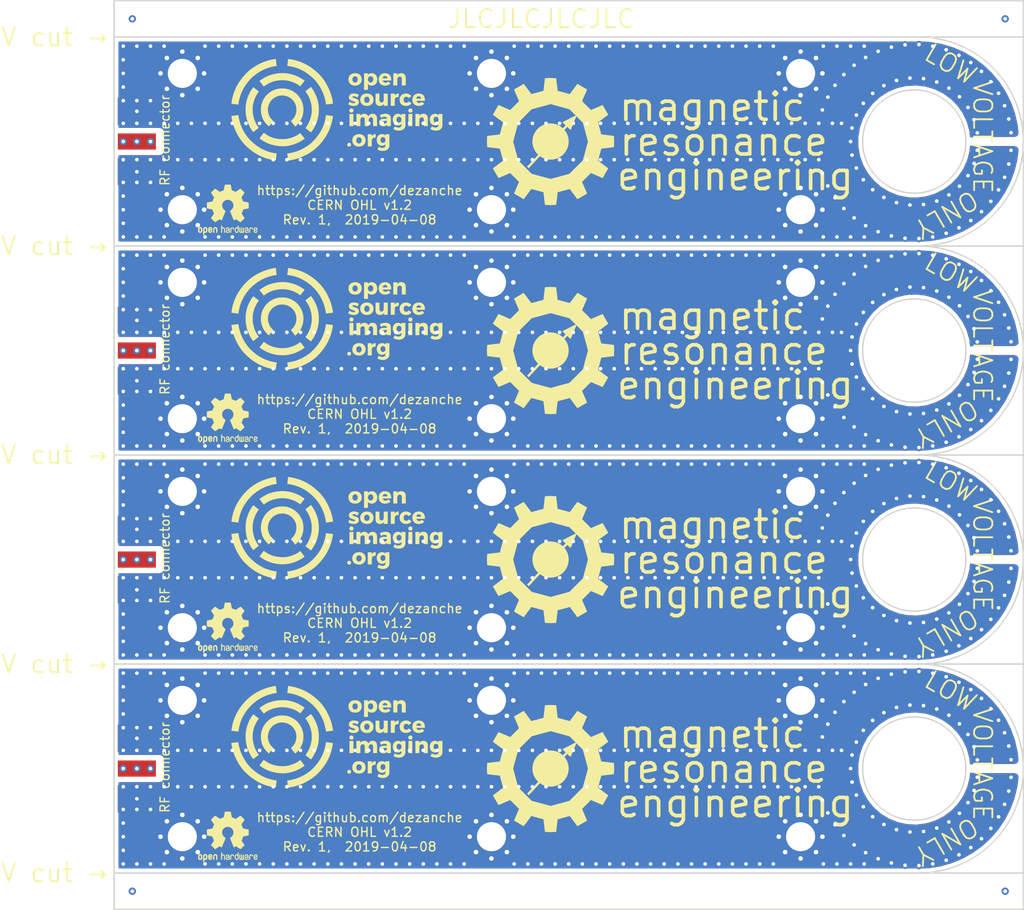
<source format=kicad_pcb>
(kicad_pcb (version 20171130) (host pcbnew "(5.1.0)-1")
  (layers (0 F.Cu power) (1 Signal.Cu signal) (2 middle.Cu power) (31 B.Cu power) (34 B.Paste user) (35 F.Paste user) (36 B.SilkS user) (37 F.SilkS user) (38 B.Mask user) (39 F.Mask user) (44 Edge.Cuts user))
  (net 0 "")
  (net 1 GND)
  (net 2 /signal)
  (module User:OSI_logo_23x11mm (layer F.Cu) (at 124.5 131)
    (fp_text reference G*** hide)
    (fp_text value LOGO hide)
  )
  (module User:MR_Engineering_logo_14mm_text (layer F.Cu) (at 148 134.5)
    (fp_text reference svg2mod hide)
    (fp_text value G*** hide)
    (fp_text user resonance (at 19.05 0) (layer F.SilkS) (effects (font (size 3 3) (thickness 0.4))))
    (fp_text user magnetic (at 17.78 -3.81) (layer F.SilkS) (effects (font (size 3 3) (thickness 0.4))))
    (fp_text user engineering (at 20.32 3.81) (layer F.SilkS) (effects (font (size 3 3) (thickness 0.4))))
  )
  (module Symbols:OSHW-Logo2_7.3x6mm_SilkScreen (layer F.Cu) (at 112.5 142)
    (fp_text reference REF*** hide)
    (fp_text value OSHW-Logo2_7.3x6mm_SilkScreen hide)
  )
  (module User:MountingHole_3.2mm_M3_Pad_Via_noFmask (layer F.Cu) (at 175.5 142)
    (fp_text reference "" (at 0 -4.2) (layer F.SilkS))
    (fp_text value MountingHole_3.2mm_M3_Pad_Via_noFmask)
    (pad 1 thru_hole circle (at 1.697056 -1.697056) (size 0.8 0.8) (drill 0.5) (layers *.Cu B.Mask))
    (pad 1 thru_hole circle (at 0 -2.4) (size 0.8 0.8) (drill 0.5) (layers *.Cu B.Mask))
    (pad 1 thru_hole circle (at -1.697056 -1.697056) (size 0.8 0.8) (drill 0.5) (layers *.Cu B.Mask))
    (pad 1 thru_hole circle (at -2.4 0) (size 0.8 0.8) (drill 0.5) (layers *.Cu B.Mask))
    (pad 1 thru_hole circle (at -1.697056 1.697056) (size 0.8 0.8) (drill 0.5) (layers *.Cu B.Mask))
    (pad 1 thru_hole circle (at 0 2.4) (size 0.8 0.8) (drill 0.5) (layers *.Cu B.Mask))
    (pad 1 thru_hole circle (at 1.697056 1.697056) (size 0.8 0.8) (drill 0.5) (layers *.Cu B.Mask))
    (pad 1 thru_hole circle (at 2.4 0) (size 0.8 0.8) (drill 0.5) (layers *.Cu B.Mask))
    (pad 1 thru_hole circle (at 0 0) (size 6.4 6.4) (drill 3.2) (layers *.Cu B.Mask))
  )
  (module User:MountingHole_3.2mm_M3_Pad_Via_noFmask (layer F.Cu) (at 175.5 127)
    (fp_text reference "" (at 0 -4.2) (layer F.SilkS))
    (fp_text value MountingHole_3.2mm_M3_Pad_Via_noFmask)
    (pad 1 thru_hole circle (at 1.697056 -1.697056) (size 0.8 0.8) (drill 0.5) (layers *.Cu B.Mask))
    (pad 1 thru_hole circle (at 0 -2.4) (size 0.8 0.8) (drill 0.5) (layers *.Cu B.Mask))
    (pad 1 thru_hole circle (at -1.697056 -1.697056) (size 0.8 0.8) (drill 0.5) (layers *.Cu B.Mask))
    (pad 1 thru_hole circle (at -2.4 0) (size 0.8 0.8) (drill 0.5) (layers *.Cu B.Mask))
    (pad 1 thru_hole circle (at -1.697056 1.697056) (size 0.8 0.8) (drill 0.5) (layers *.Cu B.Mask))
    (pad 1 thru_hole circle (at 0 2.4) (size 0.8 0.8) (drill 0.5) (layers *.Cu B.Mask))
    (pad 1 thru_hole circle (at 1.697056 1.697056) (size 0.8 0.8) (drill 0.5) (layers *.Cu B.Mask))
    (pad 1 thru_hole circle (at 2.4 0) (size 0.8 0.8) (drill 0.5) (layers *.Cu B.Mask))
    (pad 1 thru_hole circle (at 0 0) (size 6.4 6.4) (drill 3.2) (layers *.Cu B.Mask))
  )
  (module User:MountingHole_3.2mm_M3_Pad_Via_noFmask (layer F.Cu) (at 141.5 142)
    (fp_text reference "" (at 0 -4.2) (layer F.SilkS))
    (fp_text value MountingHole_3.2mm_M3_Pad_Via_noFmask)
    (pad 1 thru_hole circle (at 1.697056 -1.697056) (size 0.8 0.8) (drill 0.5) (layers *.Cu B.Mask))
    (pad 1 thru_hole circle (at 0 -2.4) (size 0.8 0.8) (drill 0.5) (layers *.Cu B.Mask))
    (pad 1 thru_hole circle (at -1.697056 -1.697056) (size 0.8 0.8) (drill 0.5) (layers *.Cu B.Mask))
    (pad 1 thru_hole circle (at -2.4 0) (size 0.8 0.8) (drill 0.5) (layers *.Cu B.Mask))
    (pad 1 thru_hole circle (at -1.697056 1.697056) (size 0.8 0.8) (drill 0.5) (layers *.Cu B.Mask))
    (pad 1 thru_hole circle (at 0 2.4) (size 0.8 0.8) (drill 0.5) (layers *.Cu B.Mask))
    (pad 1 thru_hole circle (at 1.697056 1.697056) (size 0.8 0.8) (drill 0.5) (layers *.Cu B.Mask))
    (pad 1 thru_hole circle (at 2.4 0) (size 0.8 0.8) (drill 0.5) (layers *.Cu B.Mask))
    (pad 1 thru_hole circle (at 0 0) (size 6.4 6.4) (drill 3.2) (layers *.Cu B.Mask))
  )
  (module User:MountingHole_3.2mm_M3_Pad_Via_noFmask (layer F.Cu) (at 107.5 142)
    (fp_text reference "" (at 0 -4.2) (layer F.SilkS))
    (fp_text value MountingHole_3.2mm_M3_Pad_Via_noFmask)
    (pad 1 thru_hole circle (at 1.697056 -1.697056) (size 0.8 0.8) (drill 0.5) (layers *.Cu B.Mask))
    (pad 1 thru_hole circle (at 0 -2.4) (size 0.8 0.8) (drill 0.5) (layers *.Cu B.Mask))
    (pad 1 thru_hole circle (at -1.697056 -1.697056) (size 0.8 0.8) (drill 0.5) (layers *.Cu B.Mask))
    (pad 1 thru_hole circle (at -2.4 0) (size 0.8 0.8) (drill 0.5) (layers *.Cu B.Mask))
    (pad 1 thru_hole circle (at -1.697056 1.697056) (size 0.8 0.8) (drill 0.5) (layers *.Cu B.Mask))
    (pad 1 thru_hole circle (at 0 2.4) (size 0.8 0.8) (drill 0.5) (layers *.Cu B.Mask))
    (pad 1 thru_hole circle (at 1.697056 1.697056) (size 0.8 0.8) (drill 0.5) (layers *.Cu B.Mask))
    (pad 1 thru_hole circle (at 2.4 0) (size 0.8 0.8) (drill 0.5) (layers *.Cu B.Mask))
    (pad 1 thru_hole circle (at 0 0) (size 6.4 6.4) (drill 3.2) (layers *.Cu B.Mask))
  )
  (module User:MountingHole_3.2mm_M3_Pad_Via_noFmask (layer F.Cu) (at 107.5 127)
    (fp_text reference "" (at 0 -4.2) (layer F.SilkS))
    (fp_text value MountingHole_3.2mm_M3_Pad_Via_noFmask)
    (pad 1 thru_hole circle (at 1.697056 -1.697056) (size 0.8 0.8) (drill 0.5) (layers *.Cu B.Mask))
    (pad 1 thru_hole circle (at 0 -2.4) (size 0.8 0.8) (drill 0.5) (layers *.Cu B.Mask))
    (pad 1 thru_hole circle (at -1.697056 -1.697056) (size 0.8 0.8) (drill 0.5) (layers *.Cu B.Mask))
    (pad 1 thru_hole circle (at -2.4 0) (size 0.8 0.8) (drill 0.5) (layers *.Cu B.Mask))
    (pad 1 thru_hole circle (at -1.697056 1.697056) (size 0.8 0.8) (drill 0.5) (layers *.Cu B.Mask))
    (pad 1 thru_hole circle (at 0 2.4) (size 0.8 0.8) (drill 0.5) (layers *.Cu B.Mask))
    (pad 1 thru_hole circle (at 1.697056 1.697056) (size 0.8 0.8) (drill 0.5) (layers *.Cu B.Mask))
    (pad 1 thru_hole circle (at 2.4 0) (size 0.8 0.8) (drill 0.5) (layers *.Cu B.Mask))
    (pad 1 thru_hole circle (at 0 0) (size 6.4 6.4) (drill 3.2) (layers *.Cu B.Mask))
  )
  (module User:MountingHole_3.2mm_M3_Pad_Via_noFmask (layer F.Cu) (at 141.5 127)
    (fp_text reference "" (at 0 -4.2) (layer F.SilkS))
    (fp_text value MountingHole_3.2mm_M3_Pad_Via_noFmask)
    (pad 1 thru_hole circle (at 1.697056 -1.697056) (size 0.8 0.8) (drill 0.5) (layers *.Cu B.Mask))
    (pad 1 thru_hole circle (at 0 -2.4) (size 0.8 0.8) (drill 0.5) (layers *.Cu B.Mask))
    (pad 1 thru_hole circle (at -1.697056 -1.697056) (size 0.8 0.8) (drill 0.5) (layers *.Cu B.Mask))
    (pad 1 thru_hole circle (at -2.4 0) (size 0.8 0.8) (drill 0.5) (layers *.Cu B.Mask))
    (pad 1 thru_hole circle (at -1.697056 1.697056) (size 0.8 0.8) (drill 0.5) (layers *.Cu B.Mask))
    (pad 1 thru_hole circle (at 0 2.4) (size 0.8 0.8) (drill 0.5) (layers *.Cu B.Mask))
    (pad 1 thru_hole circle (at 1.697056 1.697056) (size 0.8 0.8) (drill 0.5) (layers *.Cu B.Mask))
    (pad 1 thru_hole circle (at 2.4 0) (size 0.8 0.8) (drill 0.5) (layers *.Cu B.Mask))
    (pad 1 thru_hole circle (at 0 0) (size 6.4 6.4) (drill 3.2) (layers *.Cu B.Mask))
  )
  (module User:SMAEdge (layer F.Cu) (at 102.5 134.5 90)
    (fp_text reference "RF connector" (at 0.13 3.09 90) (layer F.SilkS))
    (fp_text value Conn_Coaxial)
    (pad 2 thru_hole rect (at 3.325 0 90) (size 3 4.19) (drill 0.4) (layers *.Cu *.Paste *.Mask))
    (pad 2 thru_hole rect (at -3.325 0 90) (size 3 4.19) (drill 0.4) (layers *.Cu *.Paste *.Mask))
    (pad 1 smd rect (at 0 0 90) (size 1.78 4.19) (layers F.Cu F.Paste F.Mask))
  )
  (module User:OSI_logo_23x11mm (layer F.Cu) (at 124.5 108)
    (fp_text reference G*** hide)
    (fp_text value LOGO hide)
  )
  (module User:MR_Engineering_logo_14mm_text (layer F.Cu) (at 148 111.5)
    (fp_text reference svg2mod hide)
    (fp_text value G*** hide)
    (fp_text user resonance (at 19.05 0) (layer F.SilkS) (effects (font (size 3 3) (thickness 0.4))))
    (fp_text user magnetic (at 17.78 -3.81) (layer F.SilkS) (effects (font (size 3 3) (thickness 0.4))))
    (fp_text user engineering (at 20.32 3.81) (layer F.SilkS) (effects (font (size 3 3) (thickness 0.4))))
  )
  (module Symbols:OSHW-Logo2_7.3x6mm_SilkScreen (layer F.Cu) (at 112.5 119)
    (fp_text reference REF*** hide)
    (fp_text value OSHW-Logo2_7.3x6mm_SilkScreen hide)
  )
  (module User:MountingHole_3.2mm_M3_Pad_Via_noFmask (layer F.Cu) (at 175.5 119)
    (fp_text reference "" (at 0 -4.2) (layer F.SilkS))
    (fp_text value MountingHole_3.2mm_M3_Pad_Via_noFmask)
    (pad 1 thru_hole circle (at 1.697056 -1.697056) (size 0.8 0.8) (drill 0.5) (layers *.Cu B.Mask))
    (pad 1 thru_hole circle (at 0 -2.4) (size 0.8 0.8) (drill 0.5) (layers *.Cu B.Mask))
    (pad 1 thru_hole circle (at -1.697056 -1.697056) (size 0.8 0.8) (drill 0.5) (layers *.Cu B.Mask))
    (pad 1 thru_hole circle (at -2.4 0) (size 0.8 0.8) (drill 0.5) (layers *.Cu B.Mask))
    (pad 1 thru_hole circle (at -1.697056 1.697056) (size 0.8 0.8) (drill 0.5) (layers *.Cu B.Mask))
    (pad 1 thru_hole circle (at 0 2.4) (size 0.8 0.8) (drill 0.5) (layers *.Cu B.Mask))
    (pad 1 thru_hole circle (at 1.697056 1.697056) (size 0.8 0.8) (drill 0.5) (layers *.Cu B.Mask))
    (pad 1 thru_hole circle (at 2.4 0) (size 0.8 0.8) (drill 0.5) (layers *.Cu B.Mask))
    (pad 1 thru_hole circle (at 0 0) (size 6.4 6.4) (drill 3.2) (layers *.Cu B.Mask))
  )
  (module User:MountingHole_3.2mm_M3_Pad_Via_noFmask (layer F.Cu) (at 175.5 104)
    (fp_text reference "" (at 0 -4.2) (layer F.SilkS))
    (fp_text value MountingHole_3.2mm_M3_Pad_Via_noFmask)
    (pad 1 thru_hole circle (at 1.697056 -1.697056) (size 0.8 0.8) (drill 0.5) (layers *.Cu B.Mask))
    (pad 1 thru_hole circle (at 0 -2.4) (size 0.8 0.8) (drill 0.5) (layers *.Cu B.Mask))
    (pad 1 thru_hole circle (at -1.697056 -1.697056) (size 0.8 0.8) (drill 0.5) (layers *.Cu B.Mask))
    (pad 1 thru_hole circle (at -2.4 0) (size 0.8 0.8) (drill 0.5) (layers *.Cu B.Mask))
    (pad 1 thru_hole circle (at -1.697056 1.697056) (size 0.8 0.8) (drill 0.5) (layers *.Cu B.Mask))
    (pad 1 thru_hole circle (at 0 2.4) (size 0.8 0.8) (drill 0.5) (layers *.Cu B.Mask))
    (pad 1 thru_hole circle (at 1.697056 1.697056) (size 0.8 0.8) (drill 0.5) (layers *.Cu B.Mask))
    (pad 1 thru_hole circle (at 2.4 0) (size 0.8 0.8) (drill 0.5) (layers *.Cu B.Mask))
    (pad 1 thru_hole circle (at 0 0) (size 6.4 6.4) (drill 3.2) (layers *.Cu B.Mask))
  )
  (module User:MountingHole_3.2mm_M3_Pad_Via_noFmask (layer F.Cu) (at 141.5 119)
    (fp_text reference "" (at 0 -4.2) (layer F.SilkS))
    (fp_text value MountingHole_3.2mm_M3_Pad_Via_noFmask)
    (pad 1 thru_hole circle (at 1.697056 -1.697056) (size 0.8 0.8) (drill 0.5) (layers *.Cu B.Mask))
    (pad 1 thru_hole circle (at 0 -2.4) (size 0.8 0.8) (drill 0.5) (layers *.Cu B.Mask))
    (pad 1 thru_hole circle (at -1.697056 -1.697056) (size 0.8 0.8) (drill 0.5) (layers *.Cu B.Mask))
    (pad 1 thru_hole circle (at -2.4 0) (size 0.8 0.8) (drill 0.5) (layers *.Cu B.Mask))
    (pad 1 thru_hole circle (at -1.697056 1.697056) (size 0.8 0.8) (drill 0.5) (layers *.Cu B.Mask))
    (pad 1 thru_hole circle (at 0 2.4) (size 0.8 0.8) (drill 0.5) (layers *.Cu B.Mask))
    (pad 1 thru_hole circle (at 1.697056 1.697056) (size 0.8 0.8) (drill 0.5) (layers *.Cu B.Mask))
    (pad 1 thru_hole circle (at 2.4 0) (size 0.8 0.8) (drill 0.5) (layers *.Cu B.Mask))
    (pad 1 thru_hole circle (at 0 0) (size 6.4 6.4) (drill 3.2) (layers *.Cu B.Mask))
  )
  (module User:MountingHole_3.2mm_M3_Pad_Via_noFmask (layer F.Cu) (at 107.5 119)
    (fp_text reference "" (at 0 -4.2) (layer F.SilkS))
    (fp_text value MountingHole_3.2mm_M3_Pad_Via_noFmask)
    (pad 1 thru_hole circle (at 1.697056 -1.697056) (size 0.8 0.8) (drill 0.5) (layers *.Cu B.Mask))
    (pad 1 thru_hole circle (at 0 -2.4) (size 0.8 0.8) (drill 0.5) (layers *.Cu B.Mask))
    (pad 1 thru_hole circle (at -1.697056 -1.697056) (size 0.8 0.8) (drill 0.5) (layers *.Cu B.Mask))
    (pad 1 thru_hole circle (at -2.4 0) (size 0.8 0.8) (drill 0.5) (layers *.Cu B.Mask))
    (pad 1 thru_hole circle (at -1.697056 1.697056) (size 0.8 0.8) (drill 0.5) (layers *.Cu B.Mask))
    (pad 1 thru_hole circle (at 0 2.4) (size 0.8 0.8) (drill 0.5) (layers *.Cu B.Mask))
    (pad 1 thru_hole circle (at 1.697056 1.697056) (size 0.8 0.8) (drill 0.5) (layers *.Cu B.Mask))
    (pad 1 thru_hole circle (at 2.4 0) (size 0.8 0.8) (drill 0.5) (layers *.Cu B.Mask))
    (pad 1 thru_hole circle (at 0 0) (size 6.4 6.4) (drill 3.2) (layers *.Cu B.Mask))
  )
  (module User:MountingHole_3.2mm_M3_Pad_Via_noFmask (layer F.Cu) (at 107.5 104)
    (fp_text reference "" (at 0 -4.2) (layer F.SilkS))
    (fp_text value MountingHole_3.2mm_M3_Pad_Via_noFmask)
    (pad 1 thru_hole circle (at 1.697056 -1.697056) (size 0.8 0.8) (drill 0.5) (layers *.Cu B.Mask))
    (pad 1 thru_hole circle (at 0 -2.4) (size 0.8 0.8) (drill 0.5) (layers *.Cu B.Mask))
    (pad 1 thru_hole circle (at -1.697056 -1.697056) (size 0.8 0.8) (drill 0.5) (layers *.Cu B.Mask))
    (pad 1 thru_hole circle (at -2.4 0) (size 0.8 0.8) (drill 0.5) (layers *.Cu B.Mask))
    (pad 1 thru_hole circle (at -1.697056 1.697056) (size 0.8 0.8) (drill 0.5) (layers *.Cu B.Mask))
    (pad 1 thru_hole circle (at 0 2.4) (size 0.8 0.8) (drill 0.5) (layers *.Cu B.Mask))
    (pad 1 thru_hole circle (at 1.697056 1.697056) (size 0.8 0.8) (drill 0.5) (layers *.Cu B.Mask))
    (pad 1 thru_hole circle (at 2.4 0) (size 0.8 0.8) (drill 0.5) (layers *.Cu B.Mask))
    (pad 1 thru_hole circle (at 0 0) (size 6.4 6.4) (drill 3.2) (layers *.Cu B.Mask))
  )
  (module User:MountingHole_3.2mm_M3_Pad_Via_noFmask (layer F.Cu) (at 141.5 104)
    (fp_text reference "" (at 0 -4.2) (layer F.SilkS))
    (fp_text value MountingHole_3.2mm_M3_Pad_Via_noFmask)
    (pad 1 thru_hole circle (at 1.697056 -1.697056) (size 0.8 0.8) (drill 0.5) (layers *.Cu B.Mask))
    (pad 1 thru_hole circle (at 0 -2.4) (size 0.8 0.8) (drill 0.5) (layers *.Cu B.Mask))
    (pad 1 thru_hole circle (at -1.697056 -1.697056) (size 0.8 0.8) (drill 0.5) (layers *.Cu B.Mask))
    (pad 1 thru_hole circle (at -2.4 0) (size 0.8 0.8) (drill 0.5) (layers *.Cu B.Mask))
    (pad 1 thru_hole circle (at -1.697056 1.697056) (size 0.8 0.8) (drill 0.5) (layers *.Cu B.Mask))
    (pad 1 thru_hole circle (at 0 2.4) (size 0.8 0.8) (drill 0.5) (layers *.Cu B.Mask))
    (pad 1 thru_hole circle (at 1.697056 1.697056) (size 0.8 0.8) (drill 0.5) (layers *.Cu B.Mask))
    (pad 1 thru_hole circle (at 2.4 0) (size 0.8 0.8) (drill 0.5) (layers *.Cu B.Mask))
    (pad 1 thru_hole circle (at 0 0) (size 6.4 6.4) (drill 3.2) (layers *.Cu B.Mask))
  )
  (module User:SMAEdge (layer F.Cu) (at 102.5 111.5 90)
    (fp_text reference "RF connector" (at 0.13 3.09 90) (layer F.SilkS))
    (fp_text value Conn_Coaxial)
    (pad 2 thru_hole rect (at 3.325 0 90) (size 3 4.19) (drill 0.4) (layers *.Cu *.Paste *.Mask))
    (pad 2 thru_hole rect (at -3.325 0 90) (size 3 4.19) (drill 0.4) (layers *.Cu *.Paste *.Mask))
    (pad 1 smd rect (at 0 0 90) (size 1.78 4.19) (layers F.Cu F.Paste F.Mask))
  )
  (module User:OSI_logo_23x11mm (layer F.Cu) (at 124.5 85)
    (fp_text reference G*** hide)
    (fp_text value LOGO hide)
  )
  (module User:MR_Engineering_logo_14mm_text (layer F.Cu) (at 148 88.5)
    (fp_text reference svg2mod hide)
    (fp_text value G*** hide)
    (fp_text user resonance (at 19.05 0) (layer F.SilkS) (effects (font (size 3 3) (thickness 0.4))))
    (fp_text user magnetic (at 17.78 -3.81) (layer F.SilkS) (effects (font (size 3 3) (thickness 0.4))))
    (fp_text user engineering (at 20.32 3.81) (layer F.SilkS) (effects (font (size 3 3) (thickness 0.4))))
  )
  (module Symbols:OSHW-Logo2_7.3x6mm_SilkScreen (layer F.Cu) (at 112.5 96)
    (fp_text reference REF*** hide)
    (fp_text value OSHW-Logo2_7.3x6mm_SilkScreen hide)
  )
  (module User:MountingHole_3.2mm_M3_Pad_Via_noFmask (layer F.Cu) (at 175.5 96)
    (fp_text reference "" (at 0 -4.2) (layer F.SilkS))
    (fp_text value MountingHole_3.2mm_M3_Pad_Via_noFmask)
    (pad 1 thru_hole circle (at 1.697056 -1.697056) (size 0.8 0.8) (drill 0.5) (layers *.Cu B.Mask))
    (pad 1 thru_hole circle (at 0 -2.4) (size 0.8 0.8) (drill 0.5) (layers *.Cu B.Mask))
    (pad 1 thru_hole circle (at -1.697056 -1.697056) (size 0.8 0.8) (drill 0.5) (layers *.Cu B.Mask))
    (pad 1 thru_hole circle (at -2.4 0) (size 0.8 0.8) (drill 0.5) (layers *.Cu B.Mask))
    (pad 1 thru_hole circle (at -1.697056 1.697056) (size 0.8 0.8) (drill 0.5) (layers *.Cu B.Mask))
    (pad 1 thru_hole circle (at 0 2.4) (size 0.8 0.8) (drill 0.5) (layers *.Cu B.Mask))
    (pad 1 thru_hole circle (at 1.697056 1.697056) (size 0.8 0.8) (drill 0.5) (layers *.Cu B.Mask))
    (pad 1 thru_hole circle (at 2.4 0) (size 0.8 0.8) (drill 0.5) (layers *.Cu B.Mask))
    (pad 1 thru_hole circle (at 0 0) (size 6.4 6.4) (drill 3.2) (layers *.Cu B.Mask))
  )
  (module User:MountingHole_3.2mm_M3_Pad_Via_noFmask (layer F.Cu) (at 175.5 81)
    (fp_text reference "" (at 0 -4.2) (layer F.SilkS))
    (fp_text value MountingHole_3.2mm_M3_Pad_Via_noFmask)
    (pad 1 thru_hole circle (at 1.697056 -1.697056) (size 0.8 0.8) (drill 0.5) (layers *.Cu B.Mask))
    (pad 1 thru_hole circle (at 0 -2.4) (size 0.8 0.8) (drill 0.5) (layers *.Cu B.Mask))
    (pad 1 thru_hole circle (at -1.697056 -1.697056) (size 0.8 0.8) (drill 0.5) (layers *.Cu B.Mask))
    (pad 1 thru_hole circle (at -2.4 0) (size 0.8 0.8) (drill 0.5) (layers *.Cu B.Mask))
    (pad 1 thru_hole circle (at -1.697056 1.697056) (size 0.8 0.8) (drill 0.5) (layers *.Cu B.Mask))
    (pad 1 thru_hole circle (at 0 2.4) (size 0.8 0.8) (drill 0.5) (layers *.Cu B.Mask))
    (pad 1 thru_hole circle (at 1.697056 1.697056) (size 0.8 0.8) (drill 0.5) (layers *.Cu B.Mask))
    (pad 1 thru_hole circle (at 2.4 0) (size 0.8 0.8) (drill 0.5) (layers *.Cu B.Mask))
    (pad 1 thru_hole circle (at 0 0) (size 6.4 6.4) (drill 3.2) (layers *.Cu B.Mask))
  )
  (module User:MountingHole_3.2mm_M3_Pad_Via_noFmask (layer F.Cu) (at 141.5 96)
    (fp_text reference "" (at 0 -4.2) (layer F.SilkS))
    (fp_text value MountingHole_3.2mm_M3_Pad_Via_noFmask)
    (pad 1 thru_hole circle (at 1.697056 -1.697056) (size 0.8 0.8) (drill 0.5) (layers *.Cu B.Mask))
    (pad 1 thru_hole circle (at 0 -2.4) (size 0.8 0.8) (drill 0.5) (layers *.Cu B.Mask))
    (pad 1 thru_hole circle (at -1.697056 -1.697056) (size 0.8 0.8) (drill 0.5) (layers *.Cu B.Mask))
    (pad 1 thru_hole circle (at -2.4 0) (size 0.8 0.8) (drill 0.5) (layers *.Cu B.Mask))
    (pad 1 thru_hole circle (at -1.697056 1.697056) (size 0.8 0.8) (drill 0.5) (layers *.Cu B.Mask))
    (pad 1 thru_hole circle (at 0 2.4) (size 0.8 0.8) (drill 0.5) (layers *.Cu B.Mask))
    (pad 1 thru_hole circle (at 1.697056 1.697056) (size 0.8 0.8) (drill 0.5) (layers *.Cu B.Mask))
    (pad 1 thru_hole circle (at 2.4 0) (size 0.8 0.8) (drill 0.5) (layers *.Cu B.Mask))
    (pad 1 thru_hole circle (at 0 0) (size 6.4 6.4) (drill 3.2) (layers *.Cu B.Mask))
  )
  (module User:MountingHole_3.2mm_M3_Pad_Via_noFmask (layer F.Cu) (at 107.5 96)
    (fp_text reference "" (at 0 -4.2) (layer F.SilkS))
    (fp_text value MountingHole_3.2mm_M3_Pad_Via_noFmask)
    (pad 1 thru_hole circle (at 1.697056 -1.697056) (size 0.8 0.8) (drill 0.5) (layers *.Cu B.Mask))
    (pad 1 thru_hole circle (at 0 -2.4) (size 0.8 0.8) (drill 0.5) (layers *.Cu B.Mask))
    (pad 1 thru_hole circle (at -1.697056 -1.697056) (size 0.8 0.8) (drill 0.5) (layers *.Cu B.Mask))
    (pad 1 thru_hole circle (at -2.4 0) (size 0.8 0.8) (drill 0.5) (layers *.Cu B.Mask))
    (pad 1 thru_hole circle (at -1.697056 1.697056) (size 0.8 0.8) (drill 0.5) (layers *.Cu B.Mask))
    (pad 1 thru_hole circle (at 0 2.4) (size 0.8 0.8) (drill 0.5) (layers *.Cu B.Mask))
    (pad 1 thru_hole circle (at 1.697056 1.697056) (size 0.8 0.8) (drill 0.5) (layers *.Cu B.Mask))
    (pad 1 thru_hole circle (at 2.4 0) (size 0.8 0.8) (drill 0.5) (layers *.Cu B.Mask))
    (pad 1 thru_hole circle (at 0 0) (size 6.4 6.4) (drill 3.2) (layers *.Cu B.Mask))
  )
  (module User:MountingHole_3.2mm_M3_Pad_Via_noFmask (layer F.Cu) (at 107.5 81)
    (fp_text reference "" (at 0 -4.2) (layer F.SilkS))
    (fp_text value MountingHole_3.2mm_M3_Pad_Via_noFmask)
    (pad 1 thru_hole circle (at 1.697056 -1.697056) (size 0.8 0.8) (drill 0.5) (layers *.Cu B.Mask))
    (pad 1 thru_hole circle (at 0 -2.4) (size 0.8 0.8) (drill 0.5) (layers *.Cu B.Mask))
    (pad 1 thru_hole circle (at -1.697056 -1.697056) (size 0.8 0.8) (drill 0.5) (layers *.Cu B.Mask))
    (pad 1 thru_hole circle (at -2.4 0) (size 0.8 0.8) (drill 0.5) (layers *.Cu B.Mask))
    (pad 1 thru_hole circle (at -1.697056 1.697056) (size 0.8 0.8) (drill 0.5) (layers *.Cu B.Mask))
    (pad 1 thru_hole circle (at 0 2.4) (size 0.8 0.8) (drill 0.5) (layers *.Cu B.Mask))
    (pad 1 thru_hole circle (at 1.697056 1.697056) (size 0.8 0.8) (drill 0.5) (layers *.Cu B.Mask))
    (pad 1 thru_hole circle (at 2.4 0) (size 0.8 0.8) (drill 0.5) (layers *.Cu B.Mask))
    (pad 1 thru_hole circle (at 0 0) (size 6.4 6.4) (drill 3.2) (layers *.Cu B.Mask))
  )
  (module User:MountingHole_3.2mm_M3_Pad_Via_noFmask (layer F.Cu) (at 141.5 81)
    (fp_text reference "" (at 0 -4.2) (layer F.SilkS))
    (fp_text value MountingHole_3.2mm_M3_Pad_Via_noFmask)
    (pad 1 thru_hole circle (at 1.697056 -1.697056) (size 0.8 0.8) (drill 0.5) (layers *.Cu B.Mask))
    (pad 1 thru_hole circle (at 0 -2.4) (size 0.8 0.8) (drill 0.5) (layers *.Cu B.Mask))
    (pad 1 thru_hole circle (at -1.697056 -1.697056) (size 0.8 0.8) (drill 0.5) (layers *.Cu B.Mask))
    (pad 1 thru_hole circle (at -2.4 0) (size 0.8 0.8) (drill 0.5) (layers *.Cu B.Mask))
    (pad 1 thru_hole circle (at -1.697056 1.697056) (size 0.8 0.8) (drill 0.5) (layers *.Cu B.Mask))
    (pad 1 thru_hole circle (at 0 2.4) (size 0.8 0.8) (drill 0.5) (layers *.Cu B.Mask))
    (pad 1 thru_hole circle (at 1.697056 1.697056) (size 0.8 0.8) (drill 0.5) (layers *.Cu B.Mask))
    (pad 1 thru_hole circle (at 2.4 0) (size 0.8 0.8) (drill 0.5) (layers *.Cu B.Mask))
    (pad 1 thru_hole circle (at 0 0) (size 6.4 6.4) (drill 3.2) (layers *.Cu B.Mask))
  )
  (module User:SMAEdge (layer F.Cu) (at 102.5 88.5 90)
    (fp_text reference "RF connector" (at 0.13 3.09 90) (layer F.SilkS))
    (fp_text value Conn_Coaxial)
    (pad 2 thru_hole rect (at 3.325 0 90) (size 3 4.19) (drill 0.4) (layers *.Cu *.Paste *.Mask))
    (pad 2 thru_hole rect (at -3.325 0 90) (size 3 4.19) (drill 0.4) (layers *.Cu *.Paste *.Mask))
    (pad 1 smd rect (at 0 0 90) (size 1.78 4.19) (layers F.Cu F.Paste F.Mask))
  )
  (module User:SMAEdge (layer F.Cu) (at 102.5 65.5 90)
    (fp_text reference "RF connector" (at 0.13 3.09 90) (layer F.SilkS))
    (fp_text value Conn_Coaxial)
    (pad 1 smd rect (at 0 0 90) (size 1.78 4.19) (layers F.Cu F.Paste F.Mask) (net 2 /signal))
    (pad 2 thru_hole rect (at -3.325 0 90) (size 3 4.19) (drill 0.4) (layers *.Cu *.Paste *.Mask) (net 1 GND))
    (pad 2 thru_hole rect (at 3.325 0 90) (size 3 4.19) (drill 0.4) (layers *.Cu *.Paste *.Mask) (net 1 GND))
  )
  (module User:MountingHole_3.2mm_M3_Pad_Via_noFmask (layer F.Cu) (at 141.5 58)
    (fp_text reference "" (at 0 -4.2) (layer F.SilkS))
    (fp_text value MountingHole_3.2mm_M3_Pad_Via_noFmask)
    (pad 1 thru_hole circle (at 0 0) (size 6.4 6.4) (drill 3.2) (layers *.Cu B.Mask) (net 1 GND))
    (pad 1 thru_hole circle (at 2.4 0) (size 0.8 0.8) (drill 0.5) (layers *.Cu B.Mask) (net 1 GND))
    (pad 1 thru_hole circle (at 1.697056 1.697056) (size 0.8 0.8) (drill 0.5) (layers *.Cu B.Mask) (net 1 GND))
    (pad 1 thru_hole circle (at 0 2.4) (size 0.8 0.8) (drill 0.5) (layers *.Cu B.Mask) (net 1 GND))
    (pad 1 thru_hole circle (at -1.697056 1.697056) (size 0.8 0.8) (drill 0.5) (layers *.Cu B.Mask) (net 1 GND))
    (pad 1 thru_hole circle (at -2.4 0) (size 0.8 0.8) (drill 0.5) (layers *.Cu B.Mask) (net 1 GND))
    (pad 1 thru_hole circle (at -1.697056 -1.697056) (size 0.8 0.8) (drill 0.5) (layers *.Cu B.Mask) (net 1 GND))
    (pad 1 thru_hole circle (at 0 -2.4) (size 0.8 0.8) (drill 0.5) (layers *.Cu B.Mask) (net 1 GND))
    (pad 1 thru_hole circle (at 1.697056 -1.697056) (size 0.8 0.8) (drill 0.5) (layers *.Cu B.Mask) (net 1 GND))
  )
  (module User:MountingHole_3.2mm_M3_Pad_Via_noFmask (layer F.Cu) (at 107.5 58)
    (fp_text reference "" (at 0 -4.2) (layer F.SilkS))
    (fp_text value MountingHole_3.2mm_M3_Pad_Via_noFmask)
    (pad 1 thru_hole circle (at 0 0) (size 6.4 6.4) (drill 3.2) (layers *.Cu B.Mask) (net 1 GND))
    (pad 1 thru_hole circle (at 2.4 0) (size 0.8 0.8) (drill 0.5) (layers *.Cu B.Mask) (net 1 GND))
    (pad 1 thru_hole circle (at 1.697056 1.697056) (size 0.8 0.8) (drill 0.5) (layers *.Cu B.Mask) (net 1 GND))
    (pad 1 thru_hole circle (at 0 2.4) (size 0.8 0.8) (drill 0.5) (layers *.Cu B.Mask) (net 1 GND))
    (pad 1 thru_hole circle (at -1.697056 1.697056) (size 0.8 0.8) (drill 0.5) (layers *.Cu B.Mask) (net 1 GND))
    (pad 1 thru_hole circle (at -2.4 0) (size 0.8 0.8) (drill 0.5) (layers *.Cu B.Mask) (net 1 GND))
    (pad 1 thru_hole circle (at -1.697056 -1.697056) (size 0.8 0.8) (drill 0.5) (layers *.Cu B.Mask) (net 1 GND))
    (pad 1 thru_hole circle (at 0 -2.4) (size 0.8 0.8) (drill 0.5) (layers *.Cu B.Mask) (net 1 GND))
    (pad 1 thru_hole circle (at 1.697056 -1.697056) (size 0.8 0.8) (drill 0.5) (layers *.Cu B.Mask) (net 1 GND))
  )
  (module User:MountingHole_3.2mm_M3_Pad_Via_noFmask (layer F.Cu) (at 107.5 73)
    (fp_text reference "" (at 0 -4.2) (layer F.SilkS))
    (fp_text value MountingHole_3.2mm_M3_Pad_Via_noFmask)
    (pad 1 thru_hole circle (at 0 0) (size 6.4 6.4) (drill 3.2) (layers *.Cu B.Mask) (net 1 GND))
    (pad 1 thru_hole circle (at 2.4 0) (size 0.8 0.8) (drill 0.5) (layers *.Cu B.Mask) (net 1 GND))
    (pad 1 thru_hole circle (at 1.697056 1.697056) (size 0.8 0.8) (drill 0.5) (layers *.Cu B.Mask) (net 1 GND))
    (pad 1 thru_hole circle (at 0 2.4) (size 0.8 0.8) (drill 0.5) (layers *.Cu B.Mask) (net 1 GND))
    (pad 1 thru_hole circle (at -1.697056 1.697056) (size 0.8 0.8) (drill 0.5) (layers *.Cu B.Mask) (net 1 GND))
    (pad 1 thru_hole circle (at -2.4 0) (size 0.8 0.8) (drill 0.5) (layers *.Cu B.Mask) (net 1 GND))
    (pad 1 thru_hole circle (at -1.697056 -1.697056) (size 0.8 0.8) (drill 0.5) (layers *.Cu B.Mask) (net 1 GND))
    (pad 1 thru_hole circle (at 0 -2.4) (size 0.8 0.8) (drill 0.5) (layers *.Cu B.Mask) (net 1 GND))
    (pad 1 thru_hole circle (at 1.697056 -1.697056) (size 0.8 0.8) (drill 0.5) (layers *.Cu B.Mask) (net 1 GND))
  )
  (module User:MountingHole_3.2mm_M3_Pad_Via_noFmask (layer F.Cu) (at 141.5 73)
    (fp_text reference "" (at 0 -4.2) (layer F.SilkS))
    (fp_text value MountingHole_3.2mm_M3_Pad_Via_noFmask)
    (pad 1 thru_hole circle (at 0 0) (size 6.4 6.4) (drill 3.2) (layers *.Cu B.Mask) (net 1 GND))
    (pad 1 thru_hole circle (at 2.4 0) (size 0.8 0.8) (drill 0.5) (layers *.Cu B.Mask) (net 1 GND))
    (pad 1 thru_hole circle (at 1.697056 1.697056) (size 0.8 0.8) (drill 0.5) (layers *.Cu B.Mask) (net 1 GND))
    (pad 1 thru_hole circle (at 0 2.4) (size 0.8 0.8) (drill 0.5) (layers *.Cu B.Mask) (net 1 GND))
    (pad 1 thru_hole circle (at -1.697056 1.697056) (size 0.8 0.8) (drill 0.5) (layers *.Cu B.Mask) (net 1 GND))
    (pad 1 thru_hole circle (at -2.4 0) (size 0.8 0.8) (drill 0.5) (layers *.Cu B.Mask) (net 1 GND))
    (pad 1 thru_hole circle (at -1.697056 -1.697056) (size 0.8 0.8) (drill 0.5) (layers *.Cu B.Mask) (net 1 GND))
    (pad 1 thru_hole circle (at 0 -2.4) (size 0.8 0.8) (drill 0.5) (layers *.Cu B.Mask) (net 1 GND))
    (pad 1 thru_hole circle (at 1.697056 -1.697056) (size 0.8 0.8) (drill 0.5) (layers *.Cu B.Mask) (net 1 GND))
  )
  (module User:MountingHole_3.2mm_M3_Pad_Via_noFmask (layer F.Cu) (at 175.5 58)
    (fp_text reference "" (at 0 -4.2) (layer F.SilkS))
    (fp_text value MountingHole_3.2mm_M3_Pad_Via_noFmask)
    (pad 1 thru_hole circle (at 0 0) (size 6.4 6.4) (drill 3.2) (layers *.Cu B.Mask) (net 1 GND))
    (pad 1 thru_hole circle (at 2.4 0) (size 0.8 0.8) (drill 0.5) (layers *.Cu B.Mask) (net 1 GND))
    (pad 1 thru_hole circle (at 1.697056 1.697056) (size 0.8 0.8) (drill 0.5) (layers *.Cu B.Mask) (net 1 GND))
    (pad 1 thru_hole circle (at 0 2.4) (size 0.8 0.8) (drill 0.5) (layers *.Cu B.Mask) (net 1 GND))
    (pad 1 thru_hole circle (at -1.697056 1.697056) (size 0.8 0.8) (drill 0.5) (layers *.Cu B.Mask) (net 1 GND))
    (pad 1 thru_hole circle (at -2.4 0) (size 0.8 0.8) (drill 0.5) (layers *.Cu B.Mask) (net 1 GND))
    (pad 1 thru_hole circle (at -1.697056 -1.697056) (size 0.8 0.8) (drill 0.5) (layers *.Cu B.Mask) (net 1 GND))
    (pad 1 thru_hole circle (at 0 -2.4) (size 0.8 0.8) (drill 0.5) (layers *.Cu B.Mask) (net 1 GND))
    (pad 1 thru_hole circle (at 1.697056 -1.697056) (size 0.8 0.8) (drill 0.5) (layers *.Cu B.Mask) (net 1 GND))
  )
  (module User:MountingHole_3.2mm_M3_Pad_Via_noFmask (layer F.Cu) (at 175.5 73)
    (fp_text reference "" (at 0 -4.2) (layer F.SilkS))
    (fp_text value MountingHole_3.2mm_M3_Pad_Via_noFmask)
    (pad 1 thru_hole circle (at 0 0) (size 6.4 6.4) (drill 3.2) (layers *.Cu B.Mask) (net 1 GND))
    (pad 1 thru_hole circle (at 2.4 0) (size 0.8 0.8) (drill 0.5) (layers *.Cu B.Mask) (net 1 GND))
    (pad 1 thru_hole circle (at 1.697056 1.697056) (size 0.8 0.8) (drill 0.5) (layers *.Cu B.Mask) (net 1 GND))
    (pad 1 thru_hole circle (at 0 2.4) (size 0.8 0.8) (drill 0.5) (layers *.Cu B.Mask) (net 1 GND))
    (pad 1 thru_hole circle (at -1.697056 1.697056) (size 0.8 0.8) (drill 0.5) (layers *.Cu B.Mask) (net 1 GND))
    (pad 1 thru_hole circle (at -2.4 0) (size 0.8 0.8) (drill 0.5) (layers *.Cu B.Mask) (net 1 GND))
    (pad 1 thru_hole circle (at -1.697056 -1.697056) (size 0.8 0.8) (drill 0.5) (layers *.Cu B.Mask) (net 1 GND))
    (pad 1 thru_hole circle (at 0 -2.4) (size 0.8 0.8) (drill 0.5) (layers *.Cu B.Mask) (net 1 GND))
    (pad 1 thru_hole circle (at 1.697056 -1.697056) (size 0.8 0.8) (drill 0.5) (layers *.Cu B.Mask) (net 1 GND))
  )
  (module Symbols:OSHW-Logo2_7.3x6mm_SilkScreen (layer F.Cu) (at 112.5 73)
    (fp_text reference REF*** hide)
    (fp_text value OSHW-Logo2_7.3x6mm_SilkScreen hide)
  )
  (module User:MR_Engineering_logo_14mm_text (layer F.Cu) (at 148 65.5)
    (fp_text reference svg2mod hide)
    (fp_text value G*** hide)
    (fp_text user engineering (at 20.32 3.81) (layer F.SilkS) (effects (font (size 3 3) (thickness 0.4))))
    (fp_text user magnetic (at 17.78 -3.81) (layer F.SilkS) (effects (font (size 3 3) (thickness 0.4))))
    (fp_text user resonance (at 19.05 0) (layer F.SilkS) (effects (font (size 3 3) (thickness 0.4))))
  )
  (module User:OSI_logo_23x11mm (layer F.Cu) (at 124.5 62)
    (fp_text reference G*** hide)
    (fp_text value LOGO hide)
  )
  (module Fiducials:Fiducial_0.5mm_Dia_1mm_Outer (layer F.Cu) (at 102 52)
    (fp_text reference "" (at 0 -1.5) (layer F.SilkS))
    (fp_text value Fiducial_0.5mm_Dia_1mm_Outer)
    (pad ~ smd circle (at 0 0) (size 0.5 0.5) (layers F.Cu F.Mask) (clearance 0.25))
  )
  (module Fiducials:Fiducial_0.5mm_Dia_1mm_Outer (layer F.Cu) (at 198 52)
    (fp_text reference "" (at 0 -1.5) (layer F.SilkS))
    (fp_text value Fiducial_0.5mm_Dia_1mm_Outer)
    (pad ~ smd circle (at 0 0) (size 0.5 0.5) (layers F.Cu F.Mask) (clearance 0.25))
  )
  (module Fiducials:Fiducial_0.5mm_Dia_1mm_Outer (layer F.Cu) (at 102 148)
    (fp_text reference "" (at 0 -1.5) (layer F.SilkS))
    (fp_text value Fiducial_0.5mm_Dia_1mm_Outer)
    (pad ~ smd circle (at 0 0) (size 0.5 0.5) (layers F.Cu F.Mask) (clearance 0.25))
  )
  (module Fiducials:Fiducial_0.5mm_Dia_1mm_Outer (layer F.Cu) (at 198 148)
    (fp_text reference "" (at 0 -1.5) (layer F.SilkS))
    (fp_text value Fiducial_0.5mm_Dia_1mm_Outer)
    (pad ~ smd circle (at 0 0) (size 0.5 0.5) (layers F.Cu F.Mask) (clearance 0.25))
  )
  (gr_circle (center 188 134.5) (end 193.679613 134.5) (layer Edge.Cuts) (width 0.15))
  (gr_circle (center 188 111.5) (end 193.679613 111.5) (layer Edge.Cuts) (width 0.15))
  (gr_circle (center 188 88.5) (end 193.679613 88.5) (layer Edge.Cuts) (width 0.15))
  (gr_text "https://github.com/dezanche\nCERN OHL v1.2\nRev. 1,  2019-04-08" (at 127 141.5) (layer F.SilkS) (effects (font (size 1 1))))
  (gr_text LOW (at 192 126 -30) (layer F.SilkS) (effects (font (size 2 2) (thickness 0.2))))
  (gr_text VOLTAGE (at 195.5 134 -90) (layer F.SilkS) (effects (font (size 2 2) (thickness 0.2))))
  (gr_text ONLY (at 191.5 142.5 210) (layer F.SilkS) (effects (font (size 2 2) (thickness 0.2))))
  (gr_arc (start 188.5 134.5) (end 188.5 146) (angle -180) (layer Edge.Cuts) (width 0.15))
  (gr_text "https://github.com/dezanche\nCERN OHL v1.2\nRev. 1,  2019-04-08" (at 127 118.5) (layer F.SilkS) (effects (font (size 1 1))))
  (gr_text LOW (at 192 103 -30) (layer F.SilkS) (effects (font (size 2 2) (thickness 0.2))))
  (gr_text VOLTAGE (at 195.5 111 -90) (layer F.SilkS) (effects (font (size 2 2) (thickness 0.2))))
  (gr_text ONLY (at 191.5 119.5 210) (layer F.SilkS) (effects (font (size 2 2) (thickness 0.2))))
  (gr_arc (start 188.5 111.5) (end 188.5 123) (angle -180) (layer Edge.Cuts) (width 0.15))
  (gr_text "https://github.com/dezanche\nCERN OHL v1.2\nRev. 1,  2019-04-08" (at 127 95.5) (layer F.SilkS) (effects (font (size 1 1))))
  (gr_text LOW (at 192 80 -30) (layer F.SilkS) (effects (font (size 2 2) (thickness 0.2))))
  (gr_text VOLTAGE (at 195.5 88 -90) (layer F.SilkS) (effects (font (size 2 2) (thickness 0.2))))
  (gr_text ONLY (at 191.5 96.5 210) (layer F.SilkS) (effects (font (size 2 2) (thickness 0.2))))
  (gr_arc (start 188.5 88.5) (end 188.5 100) (angle -180) (layer Edge.Cuts) (width 0.15))
  (gr_text ONLY (at 191.5 73.5 210) (layer F.SilkS) (effects (font (size 2 2) (thickness 0.2))))
  (gr_text VOLTAGE (at 195.5 65 -90) (layer F.SilkS) (effects (font (size 2 2) (thickness 0.2))))
  (gr_text LOW (at 192 57 -30) (layer F.SilkS) (effects (font (size 2 2) (thickness 0.2))))
  (gr_text "https://github.com/dezanche\nCERN OHL v1.2\nRev. 1,  2019-04-08" (at 127 72.5) (layer F.SilkS) (effects (font (size 1 1))))
  (gr_text JLCJLCJLCJLC (at 147 52) (layer F.SilkS) (effects (font (size 2 2) (thickness 0.2))))
  (gr_text "V cut →" (at 93.5 77) (layer F.SilkS) (effects (font (size 2 2) (thickness 0.2))))
  (gr_text "V cut →" (at 93.5 146) (layer F.SilkS) (effects (font (size 2 2) (thickness 0.2))))
  (gr_text "V cut →" (at 93.5 123) (layer F.SilkS) (effects (font (size 2 2) (thickness 0.2))))
  (gr_text "V cut →" (at 93.5 100) (layer F.SilkS) (effects (font (size 2 2) (thickness 0.2))))
  (gr_text "V cut →" (at 93.5 54) (layer F.SilkS) (effects (font (size 2 2) (thickness 0.2))))
  (gr_arc (start 188.5 65.5) (end 188.5 77) (angle -180) (layer Edge.Cuts) (width 0.15))
  (gr_circle (center 188 65.5) (end 193.679613 65.5) (layer Edge.Cuts) (width 0.15))
  (gr_line (start 200 54) (end 100 54) (layer Edge.Cuts) (width 0.15))
  (gr_line (start 200 146) (end 100 146) (layer Edge.Cuts) (width 0.15))
  (gr_line (start 200 123) (end 100 123) (layer Edge.Cuts) (width 0.15))
  (gr_line (start 200 77) (end 100 77) (layer Edge.Cuts) (width 0.15))
  (gr_line (start 200 50) (end 200 150) (layer Edge.Cuts) (width 0.15))
  (gr_line (start 100 150) (end 200 150) (layer Edge.Cuts) (width 0.15))
  (gr_line (start 200 100) (end 100 100) (layer Edge.Cuts) (width 0.15))
  (gr_line (start 100 50) (end 200 50) (layer Edge.Cuts) (width 0.15))
  (gr_line (start 100 150) (end 100 50) (layer Edge.Cuts) (width 0.15))
  (via (at 198 52) (size 0.8) (drill 0.4) (layers F.Cu B.Cu) (net 0))
  (via (at 102 52) (size 0.8) (drill 0.4) (layers F.Cu B.Cu) (net 0))
  (via (at 102 148) (size 0.8) (drill 0.4) (layers F.Cu B.Cu) (net 0))
  (via (at 198 148) (size 0.8) (drill 0.4) (layers F.Cu B.Cu) (net 0))
  (via (at 181 99) (size 0.8) (drill 0.4) (layers F.Cu B.Cu) (net 0))
  (via (at 182.5 99) (size 0.8) (drill 0.4) (layers F.Cu B.Cu) (net 0))
  (via (at 178 78) (size 0.8) (drill 0.4) (layers F.Cu B.Cu) (net 0))
  (via (at 179.5 99) (size 0.8) (drill 0.4) (layers F.Cu B.Cu) (net 0))
  (via (at 178 99) (size 0.8) (drill 0.4) (layers F.Cu B.Cu) (net 0))
  (via (at 179.5 78) (size 0.8) (drill 0.4) (layers F.Cu B.Cu) (net 0))
  (via (at 181 78) (size 0.8) (drill 0.4) (layers F.Cu B.Cu) (net 0))
  (via (at 182.5 78) (size 0.8) (drill 0.4) (layers F.Cu B.Cu) (net 0))
  (via (at 110 99) (size 0.8) (drill 0.4) (layers F.Cu B.Cu) (net 0))
  (via (at 111.5 99) (size 0.8) (drill 0.4) (layers F.Cu B.Cu) (net 0))
  (via (at 113 99) (size 0.8) (drill 0.4) (layers F.Cu B.Cu) (net 0))
  (via (at 114.5 99) (size 0.8) (drill 0.4) (layers F.Cu B.Cu) (net 0))
  (via (at 116 99) (size 0.8) (drill 0.4) (layers F.Cu B.Cu) (net 0))
  (via (at 117.5 99) (size 0.8) (drill 0.4) (layers F.Cu B.Cu) (net 0))
  (via (at 119 99) (size 0.8) (drill 0.4) (layers F.Cu B.Cu) (net 0))
  (via (at 120.5 99) (size 0.8) (drill 0.4) (layers F.Cu B.Cu) (net 0))
  (via (at 122 99) (size 0.8) (drill 0.4) (layers F.Cu B.Cu) (net 0))
  (via (at 123.5 99) (size 0.8) (drill 0.4) (layers F.Cu B.Cu) (net 0))
  (via (at 125 99) (size 0.8) (drill 0.4) (layers F.Cu B.Cu) (net 0))
  (via (at 126.5 99) (size 0.8) (drill 0.4) (layers F.Cu B.Cu) (net 0))
  (via (at 128 99) (size 0.8) (drill 0.4) (layers F.Cu B.Cu) (net 0))
  (via (at 129.5 99) (size 0.8) (drill 0.4) (layers F.Cu B.Cu) (net 0))
  (via (at 131 99) (size 0.8) (drill 0.4) (layers F.Cu B.Cu) (net 0))
  (via (at 132.5 99) (size 0.8) (drill 0.4) (layers F.Cu B.Cu) (net 0))
  (via (at 134 99) (size 0.8) (drill 0.4) (layers F.Cu B.Cu) (net 0))
  (via (at 135.5 99) (size 0.8) (drill 0.4) (layers F.Cu B.Cu) (net 0))
  (via (at 137 99) (size 0.8) (drill 0.4) (layers F.Cu B.Cu) (net 0))
  (via (at 138.5 99) (size 0.8) (drill 0.4) (layers F.Cu B.Cu) (net 0))
  (via (at 144 99) (size 0.8) (drill 0.4) (layers F.Cu B.Cu) (net 0))
  (via (at 145.5 99) (size 0.8) (drill 0.4) (layers F.Cu B.Cu) (net 0))
  (via (at 147 99) (size 0.8) (drill 0.4) (layers F.Cu B.Cu) (net 0))
  (via (at 148.5 99) (size 0.8) (drill 0.4) (layers F.Cu B.Cu) (net 0))
  (via (at 150 99) (size 0.8) (drill 0.4) (layers F.Cu B.Cu) (net 0))
  (via (at 151.5 99) (size 0.8) (drill 0.4) (layers F.Cu B.Cu) (net 0))
  (via (at 153 99) (size 0.8) (drill 0.4) (layers F.Cu B.Cu) (net 0))
  (via (at 154.5 99) (size 0.8) (drill 0.4) (layers F.Cu B.Cu) (net 0))
  (via (at 156 99) (size 0.8) (drill 0.4) (layers F.Cu B.Cu) (net 0))
  (via (at 157.5 99) (size 0.8) (drill 0.4) (layers F.Cu B.Cu) (net 0))
  (via (at 159 99) (size 0.8) (drill 0.4) (layers F.Cu B.Cu) (net 0))
  (via (at 160.5 99) (size 0.8) (drill 0.4) (layers F.Cu B.Cu) (net 0))
  (via (at 162 99) (size 0.8) (drill 0.4) (layers F.Cu B.Cu) (net 0))
  (via (at 163.5 99) (size 0.8) (drill 0.4) (layers F.Cu B.Cu) (net 0))
  (via (at 165 99) (size 0.8) (drill 0.4) (layers F.Cu B.Cu) (net 0))
  (via (at 166.5 99) (size 0.8) (drill 0.4) (layers F.Cu B.Cu) (net 0))
  (via (at 168 99) (size 0.8) (drill 0.4) (layers F.Cu B.Cu) (net 0))
  (via (at 169.5 99) (size 0.8) (drill 0.4) (layers F.Cu B.Cu) (net 0))
  (via (at 171 99) (size 0.8) (drill 0.4) (layers F.Cu B.Cu) (net 0))
  (via (at 172.5 99) (size 0.8) (drill 0.4) (layers F.Cu B.Cu) (net 0))
  (via (at 110 78) (size 0.8) (drill 0.4) (layers F.Cu B.Cu) (net 0))
  (via (at 111.5 78) (size 0.8) (drill 0.4) (layers F.Cu B.Cu) (net 0))
  (via (at 113 78) (size 0.8) (drill 0.4) (layers F.Cu B.Cu) (net 0))
  (via (at 114.5 78) (size 0.8) (drill 0.4) (layers F.Cu B.Cu) (net 0))
  (via (at 116 78) (size 0.8) (drill 0.4) (layers F.Cu B.Cu) (net 0))
  (via (at 117.5 78) (size 0.8) (drill 0.4) (layers F.Cu B.Cu) (net 0))
  (via (at 119 78) (size 0.8) (drill 0.4) (layers F.Cu B.Cu) (net 0))
  (via (at 120.5 78) (size 0.8) (drill 0.4) (layers F.Cu B.Cu) (net 0))
  (via (at 122 78) (size 0.8) (drill 0.4) (layers F.Cu B.Cu) (net 0))
  (via (at 123.5 78) (size 0.8) (drill 0.4) (layers F.Cu B.Cu) (net 0))
  (via (at 125 78) (size 0.8) (drill 0.4) (layers F.Cu B.Cu) (net 0))
  (via (at 126.5 78) (size 0.8) (drill 0.4) (layers F.Cu B.Cu) (net 0))
  (via (at 128 78) (size 0.8) (drill 0.4) (layers F.Cu B.Cu) (net 0))
  (via (at 129.5 78) (size 0.8) (drill 0.4) (layers F.Cu B.Cu) (net 0))
  (via (at 131 78) (size 0.8) (drill 0.4) (layers F.Cu B.Cu) (net 0))
  (via (at 132.5 78) (size 0.8) (drill 0.4) (layers F.Cu B.Cu) (net 0))
  (via (at 134 78) (size 0.8) (drill 0.4) (layers F.Cu B.Cu) (net 0))
  (via (at 135.5 78) (size 0.8) (drill 0.4) (layers F.Cu B.Cu) (net 0))
  (via (at 137 78) (size 0.8) (drill 0.4) (layers F.Cu B.Cu) (net 0))
  (via (at 138.5 78) (size 0.8) (drill 0.4) (layers F.Cu B.Cu) (net 0))
  (via (at 144 78) (size 0.8) (drill 0.4) (layers F.Cu B.Cu) (net 0))
  (via (at 145.5 78) (size 0.8) (drill 0.4) (layers F.Cu B.Cu) (net 0))
  (via (at 147 78) (size 0.8) (drill 0.4) (layers F.Cu B.Cu) (net 0))
  (via (at 148.5 78) (size 0.8) (drill 0.4) (layers F.Cu B.Cu) (net 0))
  (via (at 150 78) (size 0.8) (drill 0.4) (layers F.Cu B.Cu) (net 0))
  (via (at 151.5 78) (size 0.8) (drill 0.4) (layers F.Cu B.Cu) (net 0))
  (via (at 153 78) (size 0.8) (drill 0.4) (layers F.Cu B.Cu) (net 0))
  (via (at 154.5 78) (size 0.8) (drill 0.4) (layers F.Cu B.Cu) (net 0))
  (via (at 156 78) (size 0.8) (drill 0.4) (layers F.Cu B.Cu) (net 0))
  (via (at 157.5 78) (size 0.8) (drill 0.4) (layers F.Cu B.Cu) (net 0))
  (via (at 159 78) (size 0.8) (drill 0.4) (layers F.Cu B.Cu) (net 0))
  (via (at 160.5 78) (size 0.8) (drill 0.4) (layers F.Cu B.Cu) (net 0))
  (via (at 162 78) (size 0.8) (drill 0.4) (layers F.Cu B.Cu) (net 0))
  (via (at 163.5 78) (size 0.8) (drill 0.4) (layers F.Cu B.Cu) (net 0))
  (via (at 165 78) (size 0.8) (drill 0.4) (layers F.Cu B.Cu) (net 0))
  (via (at 166.5 78) (size 0.8) (drill 0.4) (layers F.Cu B.Cu) (net 0))
  (via (at 168 78) (size 0.8) (drill 0.4) (layers F.Cu B.Cu) (net 0))
  (via (at 169.5 78) (size 0.8) (drill 0.4) (layers F.Cu B.Cu) (net 0))
  (via (at 171 78) (size 0.8) (drill 0.4) (layers F.Cu B.Cu) (net 0))
  (via (at 172.5 78) (size 0.8) (drill 0.4) (layers F.Cu B.Cu) (net 0))
  (via (at 105.5 78) (size 0.8) (drill 0.4) (layers F.Cu B.Cu) (net 0))
  (via (at 104 78) (size 0.8) (drill 0.4) (layers F.Cu B.Cu) (net 0))
  (via (at 101 78) (size 0.8) (drill 0.4) (layers F.Cu B.Cu) (net 0))
  (via (at 102.5 78) (size 0.8) (drill 0.4) (layers F.Cu B.Cu) (net 0))
  (via (at 104 99) (size 0.8) (drill 0.4) (layers F.Cu B.Cu) (net 0))
  (via (at 105.5 99) (size 0.8) (drill 0.4) (layers F.Cu B.Cu) (net 0))
  (via (at 101 99) (size 0.8) (drill 0.4) (layers F.Cu B.Cu) (net 0))
  (via (at 102.5 99) (size 0.8) (drill 0.4) (layers F.Cu B.Cu) (net 0))
  (via (at 104 93) (size 0.8) (drill 0.4) (layers F.Cu B.Cu) (net 0))
  (via (at 102.5 93) (size 0.8) (drill 0.4) (layers F.Cu B.Cu) (net 0))
  (via (at 101 93) (size 0.8) (drill 0.4) (layers F.Cu B.Cu) (net 0))
  (via (at 104 84) (size 0.8) (drill 0.4) (layers F.Cu B.Cu) (net 0))
  (via (at 102.5 84) (size 0.8) (drill 0.4) (layers F.Cu B.Cu) (net 0))
  (via (at 101 84) (size 0.8) (drill 0.4) (layers F.Cu B.Cu) (net 0))
  (via (at 140 86.5) (size 0.8) (drill 0.4) (layers F.Cu B.Cu) (net 0))
  (via (at 138.5 86.5) (size 0.8) (drill 0.4) (layers F.Cu B.Cu) (net 0))
  (via (at 102.5 86.5) (size 0.8) (drill 0.4) (layers F.Cu B.Cu) (net 0))
  (via (at 108.5 86.5) (size 0.8) (drill 0.4) (layers F.Cu B.Cu) (net 0))
  (via (at 111.5 86.5) (size 0.8) (drill 0.4) (layers F.Cu B.Cu) (net 0))
  (via (at 129.5 86.5) (size 0.8) (drill 0.4) (layers F.Cu B.Cu) (net 0))
  (via (at 131 86.5) (size 0.8) (drill 0.4) (layers F.Cu B.Cu) (net 0))
  (via (at 132.5 86.5) (size 0.8) (drill 0.4) (layers F.Cu B.Cu) (net 0))
  (via (at 134 86.5) (size 0.8) (drill 0.4) (layers F.Cu B.Cu) (net 0))
  (via (at 126.5 86.5) (size 0.8) (drill 0.4) (layers F.Cu B.Cu) (net 0))
  (via (at 119 86.5) (size 0.8) (drill 0.4) (layers F.Cu B.Cu) (net 0))
  (via (at 117.5 86.5) (size 0.8) (drill 0.4) (layers F.Cu B.Cu) (net 0))
  (via (at 101 86.5) (size 0.8) (drill 0.4) (layers F.Cu B.Cu) (net 0))
  (via (at 107 86.5) (size 0.8) (drill 0.4) (layers F.Cu B.Cu) (net 0))
  (via (at 125 86.5) (size 0.8) (drill 0.4) (layers F.Cu B.Cu) (net 0))
  (via (at 137 86.5) (size 0.8) (drill 0.4) (layers F.Cu B.Cu) (net 0))
  (via (at 128 86.5) (size 0.8) (drill 0.4) (layers F.Cu B.Cu) (net 0))
  (via (at 116 86.5) (size 0.8) (drill 0.4) (layers F.Cu B.Cu) (net 0))
  (via (at 114.5 86.5) (size 0.8) (drill 0.4) (layers F.Cu B.Cu) (net 0))
  (via (at 123.5 86.5) (size 0.8) (drill 0.4) (layers F.Cu B.Cu) (net 0))
  (via (at 105.5 86.5) (size 0.8) (drill 0.4) (layers F.Cu B.Cu) (net 0))
  (via (at 110 86.5) (size 0.8) (drill 0.4) (layers F.Cu B.Cu) (net 0))
  (via (at 135.5 86.5) (size 0.8) (drill 0.4) (layers F.Cu B.Cu) (net 0))
  (via (at 113 86.5) (size 0.8) (drill 0.4) (layers F.Cu B.Cu) (net 0))
  (via (at 122 86.5) (size 0.8) (drill 0.4) (layers F.Cu B.Cu) (net 0))
  (via (at 104 86.5) (size 0.8) (drill 0.4) (layers F.Cu B.Cu) (net 0))
  (via (at 120.5 86.5) (size 0.8) (drill 0.4) (layers F.Cu B.Cu) (net 0))
  (via (at 141.5 86.5) (size 0.8) (drill 0.4) (layers F.Cu B.Cu) (net 0))
  (via (at 177.5 86.5) (size 0.8) (drill 0.4) (layers F.Cu B.Cu) (net 0))
  (via (at 176 86.5) (size 0.8) (drill 0.4) (layers F.Cu B.Cu) (net 0))
  (via (at 144.5 86.5) (size 0.8) (drill 0.4) (layers F.Cu B.Cu) (net 0))
  (via (at 143 86.5) (size 0.8) (drill 0.4) (layers F.Cu B.Cu) (net 0))
  (via (at 147.5 86.5) (size 0.8) (drill 0.4) (layers F.Cu B.Cu) (net 0))
  (via (at 150.5 86.5) (size 0.8) (drill 0.4) (layers F.Cu B.Cu) (net 0))
  (via (at 146 86.5) (size 0.8) (drill 0.4) (layers F.Cu B.Cu) (net 0))
  (via (at 149 86.5) (size 0.8) (drill 0.4) (layers F.Cu B.Cu) (net 0))
  (via (at 158 86.5) (size 0.8) (drill 0.4) (layers F.Cu B.Cu) (net 0))
  (via (at 152 86.5) (size 0.8) (drill 0.4) (layers F.Cu B.Cu) (net 0))
  (via (at 152 86.5) (size 0.8) (drill 0.4) (layers F.Cu B.Cu) (net 0))
  (via (at 153.5 86.5) (size 0.8) (drill 0.4) (layers F.Cu B.Cu) (net 0))
  (via (at 155 86.5) (size 0.8) (drill 0.4) (layers F.Cu B.Cu) (net 0))
  (via (at 156.5 86.5) (size 0.8) (drill 0.4) (layers F.Cu B.Cu) (net 0))
  (via (at 161 86.5) (size 0.8) (drill 0.4) (layers F.Cu B.Cu) (net 0))
  (via (at 159.5 86.5) (size 0.8) (drill 0.4) (layers F.Cu B.Cu) (net 0))
  (via (at 162.5 86.5) (size 0.8) (drill 0.4) (layers F.Cu B.Cu) (net 0))
  (via (at 164 86.5) (size 0.8) (drill 0.4) (layers F.Cu B.Cu) (net 0))
  (via (at 165.5 86.5) (size 0.8) (drill 0.4) (layers F.Cu B.Cu) (net 0))
  (via (at 167 86.5) (size 0.8) (drill 0.4) (layers F.Cu B.Cu) (net 0))
  (via (at 168.5 86.5) (size 0.8) (drill 0.4) (layers F.Cu B.Cu) (net 0))
  (via (at 170 86.5) (size 0.8) (drill 0.4) (layers F.Cu B.Cu) (net 0))
  (via (at 171.5 86.5) (size 0.8) (drill 0.4) (layers F.Cu B.Cu) (net 0))
  (via (at 173 86.5) (size 0.8) (drill 0.4) (layers F.Cu B.Cu) (net 0))
  (via (at 174.5 86.5) (size 0.8) (drill 0.4) (layers F.Cu B.Cu) (net 0))
  (via (at 104 90.5) (size 0.8) (drill 0.4) (layers F.Cu B.Cu) (net 0))
  (via (at 102.5 90.5) (size 0.8) (drill 0.4) (layers F.Cu B.Cu) (net 0))
  (via (at 101 90.5) (size 0.8) (drill 0.4) (layers F.Cu B.Cu) (net 0))
  (via (at 101 79.5) (size 0.8) (drill 0.4) (layers F.Cu B.Cu) (net 0))
  (via (at 101 97.5) (size 0.8) (drill 0.4) (layers F.Cu B.Cu) (net 0))
  (via (at 179 86.5) (size 0.8) (drill 0.4) (layers F.Cu B.Cu) (net 0))
  (via (at 107 90.5) (size 0.8) (drill 0.4) (layers F.Cu B.Cu) (net 0))
  (via (at 105.5 90.5) (size 0.8) (drill 0.4) (layers F.Cu B.Cu) (net 0))
  (via (at 108.5 90.5) (size 0.8) (drill 0.4) (layers F.Cu B.Cu) (net 0))
  (via (at 110 90.5) (size 0.8) (drill 0.4) (layers F.Cu B.Cu) (net 0))
  (via (at 111.5 90.5) (size 0.8) (drill 0.4) (layers F.Cu B.Cu) (net 0))
  (via (at 113 90.5) (size 0.8) (drill 0.4) (layers F.Cu B.Cu) (net 0))
  (via (at 114.5 90.5) (size 0.8) (drill 0.4) (layers F.Cu B.Cu) (net 0))
  (via (at 116 90.5) (size 0.8) (drill 0.4) (layers F.Cu B.Cu) (net 0))
  (via (at 117.5 90.5) (size 0.8) (drill 0.4) (layers F.Cu B.Cu) (net 0))
  (via (at 119 90.5) (size 0.8) (drill 0.4) (layers F.Cu B.Cu) (net 0))
  (via (at 120.5 90.5) (size 0.8) (drill 0.4) (layers F.Cu B.Cu) (net 0))
  (via (at 122 90.5) (size 0.8) (drill 0.4) (layers F.Cu B.Cu) (net 0))
  (via (at 123.5 90.5) (size 0.8) (drill 0.4) (layers F.Cu B.Cu) (net 0))
  (via (at 125 90.5) (size 0.8) (drill 0.4) (layers F.Cu B.Cu) (net 0))
  (via (at 126.5 90.5) (size 0.8) (drill 0.4) (layers F.Cu B.Cu) (net 0))
  (via (at 128 90.5) (size 0.8) (drill 0.4) (layers F.Cu B.Cu) (net 0))
  (via (at 129.5 90.5) (size 0.8) (drill 0.4) (layers F.Cu B.Cu) (net 0))
  (via (at 131 90.5) (size 0.8) (drill 0.4) (layers F.Cu B.Cu) (net 0))
  (via (at 132.5 90.5) (size 0.8) (drill 0.4) (layers F.Cu B.Cu) (net 0))
  (via (at 134 90.5) (size 0.8) (drill 0.4) (layers F.Cu B.Cu) (net 0))
  (via (at 135.5 90.5) (size 0.8) (drill 0.4) (layers F.Cu B.Cu) (net 0))
  (via (at 137 90.5) (size 0.8) (drill 0.4) (layers F.Cu B.Cu) (net 0))
  (via (at 138.5 90.5) (size 0.8) (drill 0.4) (layers F.Cu B.Cu) (net 0))
  (via (at 140 90.5) (size 0.8) (drill 0.4) (layers F.Cu B.Cu) (net 0))
  (via (at 141.5 90.5) (size 0.8) (drill 0.4) (layers F.Cu B.Cu) (net 0))
  (via (at 143 90.5) (size 0.8) (drill 0.4) (layers F.Cu B.Cu) (net 0))
  (via (at 144.5 90.5) (size 0.8) (drill 0.4) (layers F.Cu B.Cu) (net 0))
  (via (at 146 90.5) (size 0.8) (drill 0.4) (layers F.Cu B.Cu) (net 0))
  (via (at 147.5 90.5) (size 0.8) (drill 0.4) (layers F.Cu B.Cu) (net 0))
  (via (at 149 90.5) (size 0.8) (drill 0.4) (layers F.Cu B.Cu) (net 0))
  (via (at 150.5 90.5) (size 0.8) (drill 0.4) (layers F.Cu B.Cu) (net 0))
  (via (at 152 90.5) (size 0.8) (drill 0.4) (layers F.Cu B.Cu) (net 0))
  (via (at 152 90.5) (size 0.8) (drill 0.4) (layers F.Cu B.Cu) (net 0))
  (via (at 153.5 90.5) (size 0.8) (drill 0.4) (layers F.Cu B.Cu) (net 0))
  (via (at 155 90.5) (size 0.8) (drill 0.4) (layers F.Cu B.Cu) (net 0))
  (via (at 156.5 90.5) (size 0.8) (drill 0.4) (layers F.Cu B.Cu) (net 0))
  (via (at 158 90.5) (size 0.8) (drill 0.4) (layers F.Cu B.Cu) (net 0))
  (via (at 159.5 90.5) (size 0.8) (drill 0.4) (layers F.Cu B.Cu) (net 0))
  (via (at 161 90.5) (size 0.8) (drill 0.4) (layers F.Cu B.Cu) (net 0))
  (via (at 162.5 90.5) (size 0.8) (drill 0.4) (layers F.Cu B.Cu) (net 0))
  (via (at 164 90.5) (size 0.8) (drill 0.4) (layers F.Cu B.Cu) (net 0))
  (via (at 165.5 90.5) (size 0.8) (drill 0.4) (layers F.Cu B.Cu) (net 0))
  (via (at 167 90.5) (size 0.8) (drill 0.4) (layers F.Cu B.Cu) (net 0))
  (via (at 168.5 90.5) (size 0.8) (drill 0.4) (layers F.Cu B.Cu) (net 0))
  (via (at 170 90.5) (size 0.8) (drill 0.4) (layers F.Cu B.Cu) (net 0))
  (via (at 171.5 90.5) (size 0.8) (drill 0.4) (layers F.Cu B.Cu) (net 0))
  (via (at 173 90.5) (size 0.8) (drill 0.4) (layers F.Cu B.Cu) (net 0))
  (via (at 174.5 90.5) (size 0.8) (drill 0.4) (layers F.Cu B.Cu) (net 0))
  (via (at 176 90.5) (size 0.8) (drill 0.4) (layers F.Cu B.Cu) (net 0))
  (via (at 177.5 90.5) (size 0.8) (drill 0.4) (layers F.Cu B.Cu) (net 0))
  (via (at 181 88.5) (size 0.8) (drill 0.4) (layers F.Cu B.Cu) (net 0))
  (via (at 181.160681 89.991213) (size 0.8) (drill 0.4) (layers F.Cu B.Cu) (net 0))
  (via (at 181.635347 91.413966) (size 0.8) (drill 0.4) (layers F.Cu B.Cu) (net 0))
  (via (at 182.402207 92.702942) (size 0.8) (drill 0.4) (layers F.Cu B.Cu) (net 0))
  (via (at 183.426056 93.798965) (size 0.8) (drill 0.4) (layers F.Cu B.Cu) (net 0))
  (via (at 184.659889 94.65172) (size 0.8) (drill 0.4) (layers F.Cu B.Cu) (net 0))
  (via (at 186.047062 95.222056) (size 0.8) (drill 0.4) (layers F.Cu B.Cu) (net 0))
  (via (at 187.523893 95.48379) (size 0.8) (drill 0.4) (layers F.Cu B.Cu) (net 0))
  (via (at 189.022581 95.424906) (size 0.8) (drill 0.4) (layers F.Cu B.Cu) (net 0))
  (via (at 190.474324 95.048108) (size 0.8) (drill 0.4) (layers F.Cu B.Cu) (net 0))
  (via (at 191.812473 94.370694) (size 0.8) (drill 0.4) (layers F.Cu B.Cu) (net 0))
  (via (at 192.975596 93.423763) (size 0.8) (drill 0.4) (layers F.Cu B.Cu) (net 0))
  (via (at 193.910295 92.250788) (size 0.8) (drill 0.4) (layers F.Cu B.Cu) (net 0))
  (via (at 194.57366 90.905618) (size 0.8) (drill 0.4) (layers F.Cu B.Cu) (net 0))
  (via (at 194.935235 89.450009) (size 0.8) (drill 0.4) (layers F.Cu B.Cu) (net 0))
  (via (at 181.160681 87.008787) (size 0.8) (drill 0.4) (layers F.Cu B.Cu) (net 0))
  (via (at 181.635347 85.586034) (size 0.8) (drill 0.4) (layers F.Cu B.Cu) (net 0))
  (via (at 182.402207 84.297058) (size 0.8) (drill 0.4) (layers F.Cu B.Cu) (net 0))
  (via (at 183.426056 83.201035) (size 0.8) (drill 0.4) (layers F.Cu B.Cu) (net 0))
  (via (at 184.659889 82.34828) (size 0.8) (drill 0.4) (layers F.Cu B.Cu) (net 0))
  (via (at 186.047062 81.777944) (size 0.8) (drill 0.4) (layers F.Cu B.Cu) (net 0))
  (via (at 187.523893 81.51621) (size 0.8) (drill 0.4) (layers F.Cu B.Cu) (net 0))
  (via (at 189.022581 81.575094) (size 0.8) (drill 0.4) (layers F.Cu B.Cu) (net 0))
  (via (at 190.474324 81.951892) (size 0.8) (drill 0.4) (layers F.Cu B.Cu) (net 0))
  (via (at 191.812473 82.629306) (size 0.8) (drill 0.4) (layers F.Cu B.Cu) (net 0))
  (via (at 192.975596 83.576237) (size 0.8) (drill 0.4) (layers F.Cu B.Cu) (net 0))
  (via (at 193.910295 84.749212) (size 0.8) (drill 0.4) (layers F.Cu B.Cu) (net 0))
  (via (at 194.57366 86.094382) (size 0.8) (drill 0.4) (layers F.Cu B.Cu) (net 0))
  (via (at 194.935235 87.549991) (size 0.8) (drill 0.4) (layers F.Cu B.Cu) (net 0))
  (via (at 177.892607 91.977156) (size 0.8) (drill 0.4) (layers F.Cu B.Cu) (net 0))
  (via (at 178.491886 93.383213) (size 0.8) (drill 0.4) (layers F.Cu B.Cu) (net 0))
  (via (at 179.285582 94.689421) (size 0.8) (drill 0.4) (layers F.Cu B.Cu) (net 0))
  (via (at 180.257467 95.869069) (size 0.8) (drill 0.4) (layers F.Cu B.Cu) (net 0))
  (via (at 181.387667 96.898039) (size 0.8) (drill 0.4) (layers F.Cu B.Cu) (net 0))
  (via (at 182.653074 97.755289) (size 0.8) (drill 0.4) (layers F.Cu B.Cu) (net 0))
  (via (at 184.027812 98.423292) (size 0.8) (drill 0.4) (layers F.Cu B.Cu) (net 0))
  (via (at 185.483771 98.888387) (size 0.8) (drill 0.4) (layers F.Cu B.Cu) (net 0))
  (via (at 186.991181 99.141066) (size 0.8) (drill 0.4) (layers F.Cu B.Cu) (net 0))
  (via (at 188.519219 99.176161) (size 0.8) (drill 0.4) (layers F.Cu B.Cu) (net 0))
  (via (at 190.03664 98.992955) (size 0.8) (drill 0.4) (layers F.Cu B.Cu) (net 0))
  (via (at 191.512416 98.595193) (size 0.8) (drill 0.4) (layers F.Cu B.Cu) (net 0))
  (via (at 192.916373 97.99101) (size 0.8) (drill 0.4) (layers F.Cu B.Cu) (net 0))
  (via (at 194.219802 97.192759) (size 0.8) (drill 0.4) (layers F.Cu B.Cu) (net 0))
  (via (at 195.396051 96.216763) (size 0.8) (drill 0.4) (layers F.Cu B.Cu) (net 0))
  (via (at 196.421069 95.082978) (size 0.8) (drill 0.4) (layers F.Cu B.Cu) (net 0))
  (via (at 197.273897 93.814587) (size 0.8) (drill 0.4) (layers F.Cu B.Cu) (net 0))
  (via (at 197.937097 92.437525) (size 0.8) (drill 0.4) (layers F.Cu B.Cu) (net 0))
  (via (at 198.397107 90.979952) (size 0.8) (drill 0.4) (layers F.Cu B.Cu) (net 0))
  (via (at 198.644523 89.471669) (size 0.8) (drill 0.4) (layers F.Cu B.Cu) (net 0))
  (via (at 177.892607 85.022844) (size 0.8) (drill 0.4) (layers F.Cu B.Cu) (net 0))
  (via (at 178.491886 83.616787) (size 0.8) (drill 0.4) (layers F.Cu B.Cu) (net 0))
  (via (at 179.285582 82.310579) (size 0.8) (drill 0.4) (layers F.Cu B.Cu) (net 0))
  (via (at 180.257467 81.130931) (size 0.8) (drill 0.4) (layers F.Cu B.Cu) (net 0))
  (via (at 181.387667 80.101961) (size 0.8) (drill 0.4) (layers F.Cu B.Cu) (net 0))
  (via (at 182.653074 79.244711) (size 0.8) (drill 0.4) (layers F.Cu B.Cu) (net 0))
  (via (at 184.027812 78.576708) (size 0.8) (drill 0.4) (layers F.Cu B.Cu) (net 0))
  (via (at 185.483771 78.111613) (size 0.8) (drill 0.4) (layers F.Cu B.Cu) (net 0))
  (via (at 186.991181 77.858934) (size 0.8) (drill 0.4) (layers F.Cu B.Cu) (net 0))
  (via (at 188.519219 77.823839) (size 0.8) (drill 0.4) (layers F.Cu B.Cu) (net 0))
  (via (at 190.03664 78.007045) (size 0.8) (drill 0.4) (layers F.Cu B.Cu) (net 0))
  (via (at 191.512416 78.404807) (size 0.8) (drill 0.4) (layers F.Cu B.Cu) (net 0))
  (via (at 192.916373 79.00899) (size 0.8) (drill 0.4) (layers F.Cu B.Cu) (net 0))
  (via (at 194.219802 79.807241) (size 0.8) (drill 0.4) (layers F.Cu B.Cu) (net 0))
  (via (at 195.396051 80.783237) (size 0.8) (drill 0.4) (layers F.Cu B.Cu) (net 0))
  (via (at 196.421069 81.917022) (size 0.8) (drill 0.4) (layers F.Cu B.Cu) (net 0))
  (via (at 197.273897 83.185413) (size 0.8) (drill 0.4) (layers F.Cu B.Cu) (net 0))
  (via (at 197.937097 84.562475) (size 0.8) (drill 0.4) (layers F.Cu B.Cu) (net 0))
  (via (at 198.397107 86.020048) (size 0.8) (drill 0.4) (layers F.Cu B.Cu) (net 0))
  (via (at 198.644523 87.528331) (size 0.8) (drill 0.4) (layers F.Cu B.Cu) (net 0))
  (via (at 180 86.5) (size 0.8) (drill 0.4) (layers F.Cu B.Cu) (net 0))
  (via (at 101 81) (size 0.8) (drill 0.4) (layers F.Cu B.Cu) (net 0))
  (via (at 101 82.5) (size 0.8) (drill 0.4) (layers F.Cu B.Cu) (net 0))
  (via (at 101 96) (size 0.8) (drill 0.4) (layers F.Cu B.Cu) (net 0))
  (via (at 101 94.5) (size 0.8) (drill 0.4) (layers F.Cu B.Cu) (net 0))
  (via (at 101 88.5) (size 0.8) (drill 0.4) (layers F.Cu B.Cu) (net 0))
  (via (at 104 88.5) (size 0.8) (drill 0.4) (layers F.Cu B.Cu) (net 0))
  (via (at 102.5 88.500632) (size 0.8) (drill 0.4) (layers F.Cu B.Cu) (net 0))
  (via (at 181 122) (size 0.8) (drill 0.4) (layers F.Cu B.Cu) (net 0))
  (via (at 182.5 122) (size 0.8) (drill 0.4) (layers F.Cu B.Cu) (net 0))
  (via (at 178 101) (size 0.8) (drill 0.4) (layers F.Cu B.Cu) (net 0))
  (via (at 179.5 122) (size 0.8) (drill 0.4) (layers F.Cu B.Cu) (net 0))
  (via (at 178 122) (size 0.8) (drill 0.4) (layers F.Cu B.Cu) (net 0))
  (via (at 179.5 101) (size 0.8) (drill 0.4) (layers F.Cu B.Cu) (net 0))
  (via (at 181 101) (size 0.8) (drill 0.4) (layers F.Cu B.Cu) (net 0))
  (via (at 182.5 101) (size 0.8) (drill 0.4) (layers F.Cu B.Cu) (net 0))
  (via (at 110 122) (size 0.8) (drill 0.4) (layers F.Cu B.Cu) (net 0))
  (via (at 111.5 122) (size 0.8) (drill 0.4) (layers F.Cu B.Cu) (net 0))
  (via (at 113 122) (size 0.8) (drill 0.4) (layers F.Cu B.Cu) (net 0))
  (via (at 114.5 122) (size 0.8) (drill 0.4) (layers F.Cu B.Cu) (net 0))
  (via (at 116 122) (size 0.8) (drill 0.4) (layers F.Cu B.Cu) (net 0))
  (via (at 117.5 122) (size 0.8) (drill 0.4) (layers F.Cu B.Cu) (net 0))
  (via (at 119 122) (size 0.8) (drill 0.4) (layers F.Cu B.Cu) (net 0))
  (via (at 120.5 122) (size 0.8) (drill 0.4) (layers F.Cu B.Cu) (net 0))
  (via (at 122 122) (size 0.8) (drill 0.4) (layers F.Cu B.Cu) (net 0))
  (via (at 123.5 122) (size 0.8) (drill 0.4) (layers F.Cu B.Cu) (net 0))
  (via (at 125 122) (size 0.8) (drill 0.4) (layers F.Cu B.Cu) (net 0))
  (via (at 126.5 122) (size 0.8) (drill 0.4) (layers F.Cu B.Cu) (net 0))
  (via (at 128 122) (size 0.8) (drill 0.4) (layers F.Cu B.Cu) (net 0))
  (via (at 129.5 122) (size 0.8) (drill 0.4) (layers F.Cu B.Cu) (net 0))
  (via (at 131 122) (size 0.8) (drill 0.4) (layers F.Cu B.Cu) (net 0))
  (via (at 132.5 122) (size 0.8) (drill 0.4) (layers F.Cu B.Cu) (net 0))
  (via (at 134 122) (size 0.8) (drill 0.4) (layers F.Cu B.Cu) (net 0))
  (via (at 135.5 122) (size 0.8) (drill 0.4) (layers F.Cu B.Cu) (net 0))
  (via (at 137 122) (size 0.8) (drill 0.4) (layers F.Cu B.Cu) (net 0))
  (via (at 138.5 122) (size 0.8) (drill 0.4) (layers F.Cu B.Cu) (net 0))
  (via (at 144 122) (size 0.8) (drill 0.4) (layers F.Cu B.Cu) (net 0))
  (via (at 145.5 122) (size 0.8) (drill 0.4) (layers F.Cu B.Cu) (net 0))
  (via (at 147 122) (size 0.8) (drill 0.4) (layers F.Cu B.Cu) (net 0))
  (via (at 148.5 122) (size 0.8) (drill 0.4) (layers F.Cu B.Cu) (net 0))
  (via (at 150 122) (size 0.8) (drill 0.4) (layers F.Cu B.Cu) (net 0))
  (via (at 151.5 122) (size 0.8) (drill 0.4) (layers F.Cu B.Cu) (net 0))
  (via (at 153 122) (size 0.8) (drill 0.4) (layers F.Cu B.Cu) (net 0))
  (via (at 154.5 122) (size 0.8) (drill 0.4) (layers F.Cu B.Cu) (net 0))
  (via (at 156 122) (size 0.8) (drill 0.4) (layers F.Cu B.Cu) (net 0))
  (via (at 157.5 122) (size 0.8) (drill 0.4) (layers F.Cu B.Cu) (net 0))
  (via (at 159 122) (size 0.8) (drill 0.4) (layers F.Cu B.Cu) (net 0))
  (via (at 160.5 122) (size 0.8) (drill 0.4) (layers F.Cu B.Cu) (net 0))
  (via (at 162 122) (size 0.8) (drill 0.4) (layers F.Cu B.Cu) (net 0))
  (via (at 163.5 122) (size 0.8) (drill 0.4) (layers F.Cu B.Cu) (net 0))
  (via (at 165 122) (size 0.8) (drill 0.4) (layers F.Cu B.Cu) (net 0))
  (via (at 166.5 122) (size 0.8) (drill 0.4) (layers F.Cu B.Cu) (net 0))
  (via (at 168 122) (size 0.8) (drill 0.4) (layers F.Cu B.Cu) (net 0))
  (via (at 169.5 122) (size 0.8) (drill 0.4) (layers F.Cu B.Cu) (net 0))
  (via (at 171 122) (size 0.8) (drill 0.4) (layers F.Cu B.Cu) (net 0))
  (via (at 172.5 122) (size 0.8) (drill 0.4) (layers F.Cu B.Cu) (net 0))
  (via (at 110 101) (size 0.8) (drill 0.4) (layers F.Cu B.Cu) (net 0))
  (via (at 111.5 101) (size 0.8) (drill 0.4) (layers F.Cu B.Cu) (net 0))
  (via (at 113 101) (size 0.8) (drill 0.4) (layers F.Cu B.Cu) (net 0))
  (via (at 114.5 101) (size 0.8) (drill 0.4) (layers F.Cu B.Cu) (net 0))
  (via (at 116 101) (size 0.8) (drill 0.4) (layers F.Cu B.Cu) (net 0))
  (via (at 117.5 101) (size 0.8) (drill 0.4) (layers F.Cu B.Cu) (net 0))
  (via (at 119 101) (size 0.8) (drill 0.4) (layers F.Cu B.Cu) (net 0))
  (via (at 120.5 101) (size 0.8) (drill 0.4) (layers F.Cu B.Cu) (net 0))
  (via (at 122 101) (size 0.8) (drill 0.4) (layers F.Cu B.Cu) (net 0))
  (via (at 123.5 101) (size 0.8) (drill 0.4) (layers F.Cu B.Cu) (net 0))
  (via (at 125 101) (size 0.8) (drill 0.4) (layers F.Cu B.Cu) (net 0))
  (via (at 126.5 101) (size 0.8) (drill 0.4) (layers F.Cu B.Cu) (net 0))
  (via (at 128 101) (size 0.8) (drill 0.4) (layers F.Cu B.Cu) (net 0))
  (via (at 129.5 101) (size 0.8) (drill 0.4) (layers F.Cu B.Cu) (net 0))
  (via (at 131 101) (size 0.8) (drill 0.4) (layers F.Cu B.Cu) (net 0))
  (via (at 132.5 101) (size 0.8) (drill 0.4) (layers F.Cu B.Cu) (net 0))
  (via (at 134 101) (size 0.8) (drill 0.4) (layers F.Cu B.Cu) (net 0))
  (via (at 135.5 101) (size 0.8) (drill 0.4) (layers F.Cu B.Cu) (net 0))
  (via (at 137 101) (size 0.8) (drill 0.4) (layers F.Cu B.Cu) (net 0))
  (via (at 138.5 101) (size 0.8) (drill 0.4) (layers F.Cu B.Cu) (net 0))
  (via (at 144 101) (size 0.8) (drill 0.4) (layers F.Cu B.Cu) (net 0))
  (via (at 145.5 101) (size 0.8) (drill 0.4) (layers F.Cu B.Cu) (net 0))
  (via (at 147 101) (size 0.8) (drill 0.4) (layers F.Cu B.Cu) (net 0))
  (via (at 148.5 101) (size 0.8) (drill 0.4) (layers F.Cu B.Cu) (net 0))
  (via (at 150 101) (size 0.8) (drill 0.4) (layers F.Cu B.Cu) (net 0))
  (via (at 151.5 101) (size 0.8) (drill 0.4) (layers F.Cu B.Cu) (net 0))
  (via (at 153 101) (size 0.8) (drill 0.4) (layers F.Cu B.Cu) (net 0))
  (via (at 154.5 101) (size 0.8) (drill 0.4) (layers F.Cu B.Cu) (net 0))
  (via (at 156 101) (size 0.8) (drill 0.4) (layers F.Cu B.Cu) (net 0))
  (via (at 157.5 101) (size 0.8) (drill 0.4) (layers F.Cu B.Cu) (net 0))
  (via (at 159 101) (size 0.8) (drill 0.4) (layers F.Cu B.Cu) (net 0))
  (via (at 160.5 101) (size 0.8) (drill 0.4) (layers F.Cu B.Cu) (net 0))
  (via (at 162 101) (size 0.8) (drill 0.4) (layers F.Cu B.Cu) (net 0))
  (via (at 163.5 101) (size 0.8) (drill 0.4) (layers F.Cu B.Cu) (net 0))
  (via (at 165 101) (size 0.8) (drill 0.4) (layers F.Cu B.Cu) (net 0))
  (via (at 166.5 101) (size 0.8) (drill 0.4) (layers F.Cu B.Cu) (net 0))
  (via (at 168 101) (size 0.8) (drill 0.4) (layers F.Cu B.Cu) (net 0))
  (via (at 169.5 101) (size 0.8) (drill 0.4) (layers F.Cu B.Cu) (net 0))
  (via (at 171 101) (size 0.8) (drill 0.4) (layers F.Cu B.Cu) (net 0))
  (via (at 172.5 101) (size 0.8) (drill 0.4) (layers F.Cu B.Cu) (net 0))
  (via (at 105.5 101) (size 0.8) (drill 0.4) (layers F.Cu B.Cu) (net 0))
  (via (at 104 101) (size 0.8) (drill 0.4) (layers F.Cu B.Cu) (net 0))
  (via (at 101 101) (size 0.8) (drill 0.4) (layers F.Cu B.Cu) (net 0))
  (via (at 102.5 101) (size 0.8) (drill 0.4) (layers F.Cu B.Cu) (net 0))
  (via (at 104 122) (size 0.8) (drill 0.4) (layers F.Cu B.Cu) (net 0))
  (via (at 105.5 122) (size 0.8) (drill 0.4) (layers F.Cu B.Cu) (net 0))
  (via (at 101 122) (size 0.8) (drill 0.4) (layers F.Cu B.Cu) (net 0))
  (via (at 102.5 122) (size 0.8) (drill 0.4) (layers F.Cu B.Cu) (net 0))
  (via (at 104 116) (size 0.8) (drill 0.4) (layers F.Cu B.Cu) (net 0))
  (via (at 102.5 116) (size 0.8) (drill 0.4) (layers F.Cu B.Cu) (net 0))
  (via (at 101 116) (size 0.8) (drill 0.4) (layers F.Cu B.Cu) (net 0))
  (via (at 104 107) (size 0.8) (drill 0.4) (layers F.Cu B.Cu) (net 0))
  (via (at 102.5 107) (size 0.8) (drill 0.4) (layers F.Cu B.Cu) (net 0))
  (via (at 101 107) (size 0.8) (drill 0.4) (layers F.Cu B.Cu) (net 0))
  (via (at 140 109.5) (size 0.8) (drill 0.4) (layers F.Cu B.Cu) (net 0))
  (via (at 138.5 109.5) (size 0.8) (drill 0.4) (layers F.Cu B.Cu) (net 0))
  (via (at 102.5 109.5) (size 0.8) (drill 0.4) (layers F.Cu B.Cu) (net 0))
  (via (at 108.5 109.5) (size 0.8) (drill 0.4) (layers F.Cu B.Cu) (net 0))
  (via (at 111.5 109.5) (size 0.8) (drill 0.4) (layers F.Cu B.Cu) (net 0))
  (via (at 129.5 109.5) (size 0.8) (drill 0.4) (layers F.Cu B.Cu) (net 0))
  (via (at 131 109.5) (size 0.8) (drill 0.4) (layers F.Cu B.Cu) (net 0))
  (via (at 132.5 109.5) (size 0.8) (drill 0.4) (layers F.Cu B.Cu) (net 0))
  (via (at 134 109.5) (size 0.8) (drill 0.4) (layers F.Cu B.Cu) (net 0))
  (via (at 126.5 109.5) (size 0.8) (drill 0.4) (layers F.Cu B.Cu) (net 0))
  (via (at 119 109.5) (size 0.8) (drill 0.4) (layers F.Cu B.Cu) (net 0))
  (via (at 117.5 109.5) (size 0.8) (drill 0.4) (layers F.Cu B.Cu) (net 0))
  (via (at 101 109.5) (size 0.8) (drill 0.4) (layers F.Cu B.Cu) (net 0))
  (via (at 107 109.5) (size 0.8) (drill 0.4) (layers F.Cu B.Cu) (net 0))
  (via (at 125 109.5) (size 0.8) (drill 0.4) (layers F.Cu B.Cu) (net 0))
  (via (at 137 109.5) (size 0.8) (drill 0.4) (layers F.Cu B.Cu) (net 0))
  (via (at 128 109.5) (size 0.8) (drill 0.4) (layers F.Cu B.Cu) (net 0))
  (via (at 116 109.5) (size 0.8) (drill 0.4) (layers F.Cu B.Cu) (net 0))
  (via (at 114.5 109.5) (size 0.8) (drill 0.4) (layers F.Cu B.Cu) (net 0))
  (via (at 123.5 109.5) (size 0.8) (drill 0.4) (layers F.Cu B.Cu) (net 0))
  (via (at 105.5 109.5) (size 0.8) (drill 0.4) (layers F.Cu B.Cu) (net 0))
  (via (at 110 109.5) (size 0.8) (drill 0.4) (layers F.Cu B.Cu) (net 0))
  (via (at 135.5 109.5) (size 0.8) (drill 0.4) (layers F.Cu B.Cu) (net 0))
  (via (at 113 109.5) (size 0.8) (drill 0.4) (layers F.Cu B.Cu) (net 0))
  (via (at 122 109.5) (size 0.8) (drill 0.4) (layers F.Cu B.Cu) (net 0))
  (via (at 104 109.5) (size 0.8) (drill 0.4) (layers F.Cu B.Cu) (net 0))
  (via (at 120.5 109.5) (size 0.8) (drill 0.4) (layers F.Cu B.Cu) (net 0))
  (via (at 141.5 109.5) (size 0.8) (drill 0.4) (layers F.Cu B.Cu) (net 0))
  (via (at 177.5 109.5) (size 0.8) (drill 0.4) (layers F.Cu B.Cu) (net 0))
  (via (at 176 109.5) (size 0.8) (drill 0.4) (layers F.Cu B.Cu) (net 0))
  (via (at 144.5 109.5) (size 0.8) (drill 0.4) (layers F.Cu B.Cu) (net 0))
  (via (at 143 109.5) (size 0.8) (drill 0.4) (layers F.Cu B.Cu) (net 0))
  (via (at 147.5 109.5) (size 0.8) (drill 0.4) (layers F.Cu B.Cu) (net 0))
  (via (at 150.5 109.5) (size 0.8) (drill 0.4) (layers F.Cu B.Cu) (net 0))
  (via (at 146 109.5) (size 0.8) (drill 0.4) (layers F.Cu B.Cu) (net 0))
  (via (at 149 109.5) (size 0.8) (drill 0.4) (layers F.Cu B.Cu) (net 0))
  (via (at 158 109.5) (size 0.8) (drill 0.4) (layers F.Cu B.Cu) (net 0))
  (via (at 152 109.5) (size 0.8) (drill 0.4) (layers F.Cu B.Cu) (net 0))
  (via (at 152 109.5) (size 0.8) (drill 0.4) (layers F.Cu B.Cu) (net 0))
  (via (at 153.5 109.5) (size 0.8) (drill 0.4) (layers F.Cu B.Cu) (net 0))
  (via (at 155 109.5) (size 0.8) (drill 0.4) (layers F.Cu B.Cu) (net 0))
  (via (at 156.5 109.5) (size 0.8) (drill 0.4) (layers F.Cu B.Cu) (net 0))
  (via (at 161 109.5) (size 0.8) (drill 0.4) (layers F.Cu B.Cu) (net 0))
  (via (at 159.5 109.5) (size 0.8) (drill 0.4) (layers F.Cu B.Cu) (net 0))
  (via (at 162.5 109.5) (size 0.8) (drill 0.4) (layers F.Cu B.Cu) (net 0))
  (via (at 164 109.5) (size 0.8) (drill 0.4) (layers F.Cu B.Cu) (net 0))
  (via (at 165.5 109.5) (size 0.8) (drill 0.4) (layers F.Cu B.Cu) (net 0))
  (via (at 167 109.5) (size 0.8) (drill 0.4) (layers F.Cu B.Cu) (net 0))
  (via (at 168.5 109.5) (size 0.8) (drill 0.4) (layers F.Cu B.Cu) (net 0))
  (via (at 170 109.5) (size 0.8) (drill 0.4) (layers F.Cu B.Cu) (net 0))
  (via (at 171.5 109.5) (size 0.8) (drill 0.4) (layers F.Cu B.Cu) (net 0))
  (via (at 173 109.5) (size 0.8) (drill 0.4) (layers F.Cu B.Cu) (net 0))
  (via (at 174.5 109.5) (size 0.8) (drill 0.4) (layers F.Cu B.Cu) (net 0))
  (via (at 104 113.5) (size 0.8) (drill 0.4) (layers F.Cu B.Cu) (net 0))
  (via (at 102.5 113.5) (size 0.8) (drill 0.4) (layers F.Cu B.Cu) (net 0))
  (via (at 101 113.5) (size 0.8) (drill 0.4) (layers F.Cu B.Cu) (net 0))
  (via (at 101 102.5) (size 0.8) (drill 0.4) (layers F.Cu B.Cu) (net 0))
  (via (at 101 120.5) (size 0.8) (drill 0.4) (layers F.Cu B.Cu) (net 0))
  (via (at 179 109.5) (size 0.8) (drill 0.4) (layers F.Cu B.Cu) (net 0))
  (via (at 107 113.5) (size 0.8) (drill 0.4) (layers F.Cu B.Cu) (net 0))
  (via (at 105.5 113.5) (size 0.8) (drill 0.4) (layers F.Cu B.Cu) (net 0))
  (via (at 108.5 113.5) (size 0.8) (drill 0.4) (layers F.Cu B.Cu) (net 0))
  (via (at 110 113.5) (size 0.8) (drill 0.4) (layers F.Cu B.Cu) (net 0))
  (via (at 111.5 113.5) (size 0.8) (drill 0.4) (layers F.Cu B.Cu) (net 0))
  (via (at 113 113.5) (size 0.8) (drill 0.4) (layers F.Cu B.Cu) (net 0))
  (via (at 114.5 113.5) (size 0.8) (drill 0.4) (layers F.Cu B.Cu) (net 0))
  (via (at 116 113.5) (size 0.8) (drill 0.4) (layers F.Cu B.Cu) (net 0))
  (via (at 117.5 113.5) (size 0.8) (drill 0.4) (layers F.Cu B.Cu) (net 0))
  (via (at 119 113.5) (size 0.8) (drill 0.4) (layers F.Cu B.Cu) (net 0))
  (via (at 120.5 113.5) (size 0.8) (drill 0.4) (layers F.Cu B.Cu) (net 0))
  (via (at 122 113.5) (size 0.8) (drill 0.4) (layers F.Cu B.Cu) (net 0))
  (via (at 123.5 113.5) (size 0.8) (drill 0.4) (layers F.Cu B.Cu) (net 0))
  (via (at 125 113.5) (size 0.8) (drill 0.4) (layers F.Cu B.Cu) (net 0))
  (via (at 126.5 113.5) (size 0.8) (drill 0.4) (layers F.Cu B.Cu) (net 0))
  (via (at 128 113.5) (size 0.8) (drill 0.4) (layers F.Cu B.Cu) (net 0))
  (via (at 129.5 113.5) (size 0.8) (drill 0.4) (layers F.Cu B.Cu) (net 0))
  (via (at 131 113.5) (size 0.8) (drill 0.4) (layers F.Cu B.Cu) (net 0))
  (via (at 132.5 113.5) (size 0.8) (drill 0.4) (layers F.Cu B.Cu) (net 0))
  (via (at 134 113.5) (size 0.8) (drill 0.4) (layers F.Cu B.Cu) (net 0))
  (via (at 135.5 113.5) (size 0.8) (drill 0.4) (layers F.Cu B.Cu) (net 0))
  (via (at 137 113.5) (size 0.8) (drill 0.4) (layers F.Cu B.Cu) (net 0))
  (via (at 138.5 113.5) (size 0.8) (drill 0.4) (layers F.Cu B.Cu) (net 0))
  (via (at 140 113.5) (size 0.8) (drill 0.4) (layers F.Cu B.Cu) (net 0))
  (via (at 141.5 113.5) (size 0.8) (drill 0.4) (layers F.Cu B.Cu) (net 0))
  (via (at 143 113.5) (size 0.8) (drill 0.4) (layers F.Cu B.Cu) (net 0))
  (via (at 144.5 113.5) (size 0.8) (drill 0.4) (layers F.Cu B.Cu) (net 0))
  (via (at 146 113.5) (size 0.8) (drill 0.4) (layers F.Cu B.Cu) (net 0))
  (via (at 147.5 113.5) (size 0.8) (drill 0.4) (layers F.Cu B.Cu) (net 0))
  (via (at 149 113.5) (size 0.8) (drill 0.4) (layers F.Cu B.Cu) (net 0))
  (via (at 150.5 113.5) (size 0.8) (drill 0.4) (layers F.Cu B.Cu) (net 0))
  (via (at 152 113.5) (size 0.8) (drill 0.4) (layers F.Cu B.Cu) (net 0))
  (via (at 152 113.5) (size 0.8) (drill 0.4) (layers F.Cu B.Cu) (net 0))
  (via (at 153.5 113.5) (size 0.8) (drill 0.4) (layers F.Cu B.Cu) (net 0))
  (via (at 155 113.5) (size 0.8) (drill 0.4) (layers F.Cu B.Cu) (net 0))
  (via (at 156.5 113.5) (size 0.8) (drill 0.4) (layers F.Cu B.Cu) (net 0))
  (via (at 158 113.5) (size 0.8) (drill 0.4) (layers F.Cu B.Cu) (net 0))
  (via (at 159.5 113.5) (size 0.8) (drill 0.4) (layers F.Cu B.Cu) (net 0))
  (via (at 161 113.5) (size 0.8) (drill 0.4) (layers F.Cu B.Cu) (net 0))
  (via (at 162.5 113.5) (size 0.8) (drill 0.4) (layers F.Cu B.Cu) (net 0))
  (via (at 164 113.5) (size 0.8) (drill 0.4) (layers F.Cu B.Cu) (net 0))
  (via (at 165.5 113.5) (size 0.8) (drill 0.4) (layers F.Cu B.Cu) (net 0))
  (via (at 167 113.5) (size 0.8) (drill 0.4) (layers F.Cu B.Cu) (net 0))
  (via (at 168.5 113.5) (size 0.8) (drill 0.4) (layers F.Cu B.Cu) (net 0))
  (via (at 170 113.5) (size 0.8) (drill 0.4) (layers F.Cu B.Cu) (net 0))
  (via (at 171.5 113.5) (size 0.8) (drill 0.4) (layers F.Cu B.Cu) (net 0))
  (via (at 173 113.5) (size 0.8) (drill 0.4) (layers F.Cu B.Cu) (net 0))
  (via (at 174.5 113.5) (size 0.8) (drill 0.4) (layers F.Cu B.Cu) (net 0))
  (via (at 176 113.5) (size 0.8) (drill 0.4) (layers F.Cu B.Cu) (net 0))
  (via (at 177.5 113.5) (size 0.8) (drill 0.4) (layers F.Cu B.Cu) (net 0))
  (via (at 181 111.5) (size 0.8) (drill 0.4) (layers F.Cu B.Cu) (net 0))
  (via (at 181.160681 112.991213) (size 0.8) (drill 0.4) (layers F.Cu B.Cu) (net 0))
  (via (at 181.635347 114.413966) (size 0.8) (drill 0.4) (layers F.Cu B.Cu) (net 0))
  (via (at 182.402207 115.702942) (size 0.8) (drill 0.4) (layers F.Cu B.Cu) (net 0))
  (via (at 183.426056 116.798965) (size 0.8) (drill 0.4) (layers F.Cu B.Cu) (net 0))
  (via (at 184.659889 117.65172) (size 0.8) (drill 0.4) (layers F.Cu B.Cu) (net 0))
  (via (at 186.047062 118.222056) (size 0.8) (drill 0.4) (layers F.Cu B.Cu) (net 0))
  (via (at 187.523893 118.48379) (size 0.8) (drill 0.4) (layers F.Cu B.Cu) (net 0))
  (via (at 189.022581 118.424906) (size 0.8) (drill 0.4) (layers F.Cu B.Cu) (net 0))
  (via (at 190.474324 118.048108) (size 0.8) (drill 0.4) (layers F.Cu B.Cu) (net 0))
  (via (at 191.812473 117.370694) (size 0.8) (drill 0.4) (layers F.Cu B.Cu) (net 0))
  (via (at 192.975596 116.423763) (size 0.8) (drill 0.4) (layers F.Cu B.Cu) (net 0))
  (via (at 193.910295 115.250788) (size 0.8) (drill 0.4) (layers F.Cu B.Cu) (net 0))
  (via (at 194.57366 113.905618) (size 0.8) (drill 0.4) (layers F.Cu B.Cu) (net 0))
  (via (at 194.935235 112.450009) (size 0.8) (drill 0.4) (layers F.Cu B.Cu) (net 0))
  (via (at 181.160681 110.008787) (size 0.8) (drill 0.4) (layers F.Cu B.Cu) (net 0))
  (via (at 181.635347 108.586034) (size 0.8) (drill 0.4) (layers F.Cu B.Cu) (net 0))
  (via (at 182.402207 107.297058) (size 0.8) (drill 0.4) (layers F.Cu B.Cu) (net 0))
  (via (at 183.426056 106.201035) (size 0.8) (drill 0.4) (layers F.Cu B.Cu) (net 0))
  (via (at 184.659889 105.34828) (size 0.8) (drill 0.4) (layers F.Cu B.Cu) (net 0))
  (via (at 186.047062 104.777944) (size 0.8) (drill 0.4) (layers F.Cu B.Cu) (net 0))
  (via (at 187.523893 104.51621) (size 0.8) (drill 0.4) (layers F.Cu B.Cu) (net 0))
  (via (at 189.022581 104.575094) (size 0.8) (drill 0.4) (layers F.Cu B.Cu) (net 0))
  (via (at 190.474324 104.951892) (size 0.8) (drill 0.4) (layers F.Cu B.Cu) (net 0))
  (via (at 191.812473 105.629306) (size 0.8) (drill 0.4) (layers F.Cu B.Cu) (net 0))
  (via (at 192.975596 106.576237) (size 0.8) (drill 0.4) (layers F.Cu B.Cu) (net 0))
  (via (at 193.910295 107.749212) (size 0.8) (drill 0.4) (layers F.Cu B.Cu) (net 0))
  (via (at 194.57366 109.094382) (size 0.8) (drill 0.4) (layers F.Cu B.Cu) (net 0))
  (via (at 194.935235 110.549991) (size 0.8) (drill 0.4) (layers F.Cu B.Cu) (net 0))
  (via (at 177.892607 114.977156) (size 0.8) (drill 0.4) (layers F.Cu B.Cu) (net 0))
  (via (at 178.491886 116.383213) (size 0.8) (drill 0.4) (layers F.Cu B.Cu) (net 0))
  (via (at 179.285582 117.689421) (size 0.8) (drill 0.4) (layers F.Cu B.Cu) (net 0))
  (via (at 180.257467 118.869069) (size 0.8) (drill 0.4) (layers F.Cu B.Cu) (net 0))
  (via (at 181.387667 119.898039) (size 0.8) (drill 0.4) (layers F.Cu B.Cu) (net 0))
  (via (at 182.653074 120.755289) (size 0.8) (drill 0.4) (layers F.Cu B.Cu) (net 0))
  (via (at 184.027812 121.423292) (size 0.8) (drill 0.4) (layers F.Cu B.Cu) (net 0))
  (via (at 185.483771 121.888387) (size 0.8) (drill 0.4) (layers F.Cu B.Cu) (net 0))
  (via (at 186.991181 122.141066) (size 0.8) (drill 0.4) (layers F.Cu B.Cu) (net 0))
  (via (at 188.519219 122.176161) (size 0.8) (drill 0.4) (layers F.Cu B.Cu) (net 0))
  (via (at 190.03664 121.992955) (size 0.8) (drill 0.4) (layers F.Cu B.Cu) (net 0))
  (via (at 191.512416 121.595193) (size 0.8) (drill 0.4) (layers F.Cu B.Cu) (net 0))
  (via (at 192.916373 120.99101) (size 0.8) (drill 0.4) (layers F.Cu B.Cu) (net 0))
  (via (at 194.219802 120.192759) (size 0.8) (drill 0.4) (layers F.Cu B.Cu) (net 0))
  (via (at 195.396051 119.216763) (size 0.8) (drill 0.4) (layers F.Cu B.Cu) (net 0))
  (via (at 196.421069 118.082978) (size 0.8) (drill 0.4) (layers F.Cu B.Cu) (net 0))
  (via (at 197.273897 116.814587) (size 0.8) (drill 0.4) (layers F.Cu B.Cu) (net 0))
  (via (at 197.937097 115.437525) (size 0.8) (drill 0.4) (layers F.Cu B.Cu) (net 0))
  (via (at 198.397107 113.979952) (size 0.8) (drill 0.4) (layers F.Cu B.Cu) (net 0))
  (via (at 198.644523 112.471669) (size 0.8) (drill 0.4) (layers F.Cu B.Cu) (net 0))
  (via (at 177.892607 108.022844) (size 0.8) (drill 0.4) (layers F.Cu B.Cu) (net 0))
  (via (at 178.491886 106.616787) (size 0.8) (drill 0.4) (layers F.Cu B.Cu) (net 0))
  (via (at 179.285582 105.310579) (size 0.8) (drill 0.4) (layers F.Cu B.Cu) (net 0))
  (via (at 180.257467 104.130931) (size 0.8) (drill 0.4) (layers F.Cu B.Cu) (net 0))
  (via (at 181.387667 103.101961) (size 0.8) (drill 0.4) (layers F.Cu B.Cu) (net 0))
  (via (at 182.653074 102.244711) (size 0.8) (drill 0.4) (layers F.Cu B.Cu) (net 0))
  (via (at 184.027812 101.576708) (size 0.8) (drill 0.4) (layers F.Cu B.Cu) (net 0))
  (via (at 185.483771 101.111613) (size 0.8) (drill 0.4) (layers F.Cu B.Cu) (net 0))
  (via (at 186.991181 100.858934) (size 0.8) (drill 0.4) (layers F.Cu B.Cu) (net 0))
  (via (at 188.519219 100.823839) (size 0.8) (drill 0.4) (layers F.Cu B.Cu) (net 0))
  (via (at 190.03664 101.007045) (size 0.8) (drill 0.4) (layers F.Cu B.Cu) (net 0))
  (via (at 191.512416 101.404807) (size 0.8) (drill 0.4) (layers F.Cu B.Cu) (net 0))
  (via (at 192.916373 102.00899) (size 0.8) (drill 0.4) (layers F.Cu B.Cu) (net 0))
  (via (at 194.219802 102.807241) (size 0.8) (drill 0.4) (layers F.Cu B.Cu) (net 0))
  (via (at 195.396051 103.783237) (size 0.8) (drill 0.4) (layers F.Cu B.Cu) (net 0))
  (via (at 196.421069 104.917022) (size 0.8) (drill 0.4) (layers F.Cu B.Cu) (net 0))
  (via (at 197.273897 106.185413) (size 0.8) (drill 0.4) (layers F.Cu B.Cu) (net 0))
  (via (at 197.937097 107.562475) (size 0.8) (drill 0.4) (layers F.Cu B.Cu) (net 0))
  (via (at 198.397107 109.020048) (size 0.8) (drill 0.4) (layers F.Cu B.Cu) (net 0))
  (via (at 198.644523 110.528331) (size 0.8) (drill 0.4) (layers F.Cu B.Cu) (net 0))
  (via (at 180 109.5) (size 0.8) (drill 0.4) (layers F.Cu B.Cu) (net 0))
  (via (at 101 104) (size 0.8) (drill 0.4) (layers F.Cu B.Cu) (net 0))
  (via (at 101 105.5) (size 0.8) (drill 0.4) (layers F.Cu B.Cu) (net 0))
  (via (at 101 119) (size 0.8) (drill 0.4) (layers F.Cu B.Cu) (net 0))
  (via (at 101 117.5) (size 0.8) (drill 0.4) (layers F.Cu B.Cu) (net 0))
  (via (at 101 111.5) (size 0.8) (drill 0.4) (layers F.Cu B.Cu) (net 0))
  (via (at 104 111.5) (size 0.8) (drill 0.4) (layers F.Cu B.Cu) (net 0))
  (via (at 102.5 111.500632) (size 0.8) (drill 0.4) (layers F.Cu B.Cu) (net 0))
  (via (at 181 145) (size 0.8) (drill 0.4) (layers F.Cu B.Cu) (net 0))
  (via (at 182.5 145) (size 0.8) (drill 0.4) (layers F.Cu B.Cu) (net 0))
  (via (at 178 124) (size 0.8) (drill 0.4) (layers F.Cu B.Cu) (net 0))
  (via (at 179.5 145) (size 0.8) (drill 0.4) (layers F.Cu B.Cu) (net 0))
  (via (at 178 145) (size 0.8) (drill 0.4) (layers F.Cu B.Cu) (net 0))
  (via (at 179.5 124) (size 0.8) (drill 0.4) (layers F.Cu B.Cu) (net 0))
  (via (at 181 124) (size 0.8) (drill 0.4) (layers F.Cu B.Cu) (net 0))
  (via (at 182.5 124) (size 0.8) (drill 0.4) (layers F.Cu B.Cu) (net 0))
  (via (at 110 145) (size 0.8) (drill 0.4) (layers F.Cu B.Cu) (net 0))
  (via (at 111.5 145) (size 0.8) (drill 0.4) (layers F.Cu B.Cu) (net 0))
  (via (at 113 145) (size 0.8) (drill 0.4) (layers F.Cu B.Cu) (net 0))
  (via (at 114.5 145) (size 0.8) (drill 0.4) (layers F.Cu B.Cu) (net 0))
  (via (at 116 145) (size 0.8) (drill 0.4) (layers F.Cu B.Cu) (net 0))
  (via (at 117.5 145) (size 0.8) (drill 0.4) (layers F.Cu B.Cu) (net 0))
  (via (at 119 145) (size 0.8) (drill 0.4) (layers F.Cu B.Cu) (net 0))
  (via (at 120.5 145) (size 0.8) (drill 0.4) (layers F.Cu B.Cu) (net 0))
  (via (at 122 145) (size 0.8) (drill 0.4) (layers F.Cu B.Cu) (net 0))
  (via (at 123.5 145) (size 0.8) (drill 0.4) (layers F.Cu B.Cu) (net 0))
  (via (at 125 145) (size 0.8) (drill 0.4) (layers F.Cu B.Cu) (net 0))
  (via (at 126.5 145) (size 0.8) (drill 0.4) (layers F.Cu B.Cu) (net 0))
  (via (at 128 145) (size 0.8) (drill 0.4) (layers F.Cu B.Cu) (net 0))
  (via (at 129.5 145) (size 0.8) (drill 0.4) (layers F.Cu B.Cu) (net 0))
  (via (at 131 145) (size 0.8) (drill 0.4) (layers F.Cu B.Cu) (net 0))
  (via (at 132.5 145) (size 0.8) (drill 0.4) (layers F.Cu B.Cu) (net 0))
  (via (at 134 145) (size 0.8) (drill 0.4) (layers F.Cu B.Cu) (net 0))
  (via (at 135.5 145) (size 0.8) (drill 0.4) (layers F.Cu B.Cu) (net 0))
  (via (at 137 145) (size 0.8) (drill 0.4) (layers F.Cu B.Cu) (net 0))
  (via (at 138.5 145) (size 0.8) (drill 0.4) (layers F.Cu B.Cu) (net 0))
  (via (at 144 145) (size 0.8) (drill 0.4) (layers F.Cu B.Cu) (net 0))
  (via (at 145.5 145) (size 0.8) (drill 0.4) (layers F.Cu B.Cu) (net 0))
  (via (at 147 145) (size 0.8) (drill 0.4) (layers F.Cu B.Cu) (net 0))
  (via (at 148.5 145) (size 0.8) (drill 0.4) (layers F.Cu B.Cu) (net 0))
  (via (at 150 145) (size 0.8) (drill 0.4) (layers F.Cu B.Cu) (net 0))
  (via (at 151.5 145) (size 0.8) (drill 0.4) (layers F.Cu B.Cu) (net 0))
  (via (at 153 145) (size 0.8) (drill 0.4) (layers F.Cu B.Cu) (net 0))
  (via (at 154.5 145) (size 0.8) (drill 0.4) (layers F.Cu B.Cu) (net 0))
  (via (at 156 145) (size 0.8) (drill 0.4) (layers F.Cu B.Cu) (net 0))
  (via (at 157.5 145) (size 0.8) (drill 0.4) (layers F.Cu B.Cu) (net 0))
  (via (at 159 145) (size 0.8) (drill 0.4) (layers F.Cu B.Cu) (net 0))
  (via (at 160.5 145) (size 0.8) (drill 0.4) (layers F.Cu B.Cu) (net 0))
  (via (at 162 145) (size 0.8) (drill 0.4) (layers F.Cu B.Cu) (net 0))
  (via (at 163.5 145) (size 0.8) (drill 0.4) (layers F.Cu B.Cu) (net 0))
  (via (at 165 145) (size 0.8) (drill 0.4) (layers F.Cu B.Cu) (net 0))
  (via (at 166.5 145) (size 0.8) (drill 0.4) (layers F.Cu B.Cu) (net 0))
  (via (at 168 145) (size 0.8) (drill 0.4) (layers F.Cu B.Cu) (net 0))
  (via (at 169.5 145) (size 0.8) (drill 0.4) (layers F.Cu B.Cu) (net 0))
  (via (at 171 145) (size 0.8) (drill 0.4) (layers F.Cu B.Cu) (net 0))
  (via (at 172.5 145) (size 0.8) (drill 0.4) (layers F.Cu B.Cu) (net 0))
  (via (at 110 124) (size 0.8) (drill 0.4) (layers F.Cu B.Cu) (net 0))
  (via (at 111.5 124) (size 0.8) (drill 0.4) (layers F.Cu B.Cu) (net 0))
  (via (at 113 124) (size 0.8) (drill 0.4) (layers F.Cu B.Cu) (net 0))
  (via (at 114.5 124) (size 0.8) (drill 0.4) (layers F.Cu B.Cu) (net 0))
  (via (at 116 124) (size 0.8) (drill 0.4) (layers F.Cu B.Cu) (net 0))
  (via (at 117.5 124) (size 0.8) (drill 0.4) (layers F.Cu B.Cu) (net 0))
  (via (at 119 124) (size 0.8) (drill 0.4) (layers F.Cu B.Cu) (net 0))
  (via (at 120.5 124) (size 0.8) (drill 0.4) (layers F.Cu B.Cu) (net 0))
  (via (at 122 124) (size 0.8) (drill 0.4) (layers F.Cu B.Cu) (net 0))
  (via (at 123.5 124) (size 0.8) (drill 0.4) (layers F.Cu B.Cu) (net 0))
  (via (at 125 124) (size 0.8) (drill 0.4) (layers F.Cu B.Cu) (net 0))
  (via (at 126.5 124) (size 0.8) (drill 0.4) (layers F.Cu B.Cu) (net 0))
  (via (at 128 124) (size 0.8) (drill 0.4) (layers F.Cu B.Cu) (net 0))
  (via (at 129.5 124) (size 0.8) (drill 0.4) (layers F.Cu B.Cu) (net 0))
  (via (at 131 124) (size 0.8) (drill 0.4) (layers F.Cu B.Cu) (net 0))
  (via (at 132.5 124) (size 0.8) (drill 0.4) (layers F.Cu B.Cu) (net 0))
  (via (at 134 124) (size 0.8) (drill 0.4) (layers F.Cu B.Cu) (net 0))
  (via (at 135.5 124) (size 0.8) (drill 0.4) (layers F.Cu B.Cu) (net 0))
  (via (at 137 124) (size 0.8) (drill 0.4) (layers F.Cu B.Cu) (net 0))
  (via (at 138.5 124) (size 0.8) (drill 0.4) (layers F.Cu B.Cu) (net 0))
  (via (at 144 124) (size 0.8) (drill 0.4) (layers F.Cu B.Cu) (net 0))
  (via (at 145.5 124) (size 0.8) (drill 0.4) (layers F.Cu B.Cu) (net 0))
  (via (at 147 124) (size 0.8) (drill 0.4) (layers F.Cu B.Cu) (net 0))
  (via (at 148.5 124) (size 0.8) (drill 0.4) (layers F.Cu B.Cu) (net 0))
  (via (at 150 124) (size 0.8) (drill 0.4) (layers F.Cu B.Cu) (net 0))
  (via (at 151.5 124) (size 0.8) (drill 0.4) (layers F.Cu B.Cu) (net 0))
  (via (at 153 124) (size 0.8) (drill 0.4) (layers F.Cu B.Cu) (net 0))
  (via (at 154.5 124) (size 0.8) (drill 0.4) (layers F.Cu B.Cu) (net 0))
  (via (at 156 124) (size 0.8) (drill 0.4) (layers F.Cu B.Cu) (net 0))
  (via (at 157.5 124) (size 0.8) (drill 0.4) (layers F.Cu B.Cu) (net 0))
  (via (at 159 124) (size 0.8) (drill 0.4) (layers F.Cu B.Cu) (net 0))
  (via (at 160.5 124) (size 0.8) (drill 0.4) (layers F.Cu B.Cu) (net 0))
  (via (at 162 124) (size 0.8) (drill 0.4) (layers F.Cu B.Cu) (net 0))
  (via (at 163.5 124) (size 0.8) (drill 0.4) (layers F.Cu B.Cu) (net 0))
  (via (at 165 124) (size 0.8) (drill 0.4) (layers F.Cu B.Cu) (net 0))
  (via (at 166.5 124) (size 0.8) (drill 0.4) (layers F.Cu B.Cu) (net 0))
  (via (at 168 124) (size 0.8) (drill 0.4) (layers F.Cu B.Cu) (net 0))
  (via (at 169.5 124) (size 0.8) (drill 0.4) (layers F.Cu B.Cu) (net 0))
  (via (at 171 124) (size 0.8) (drill 0.4) (layers F.Cu B.Cu) (net 0))
  (via (at 172.5 124) (size 0.8) (drill 0.4) (layers F.Cu B.Cu) (net 0))
  (via (at 105.5 124) (size 0.8) (drill 0.4) (layers F.Cu B.Cu) (net 0))
  (via (at 104 124) (size 0.8) (drill 0.4) (layers F.Cu B.Cu) (net 0))
  (via (at 101 124) (size 0.8) (drill 0.4) (layers F.Cu B.Cu) (net 0))
  (via (at 102.5 124) (size 0.8) (drill 0.4) (layers F.Cu B.Cu) (net 0))
  (via (at 104 145) (size 0.8) (drill 0.4) (layers F.Cu B.Cu) (net 0))
  (via (at 105.5 145) (size 0.8) (drill 0.4) (layers F.Cu B.Cu) (net 0))
  (via (at 101 145) (size 0.8) (drill 0.4) (layers F.Cu B.Cu) (net 0))
  (via (at 102.5 145) (size 0.8) (drill 0.4) (layers F.Cu B.Cu) (net 0))
  (via (at 104 139) (size 0.8) (drill 0.4) (layers F.Cu B.Cu) (net 0))
  (via (at 102.5 139) (size 0.8) (drill 0.4) (layers F.Cu B.Cu) (net 0))
  (via (at 101 139) (size 0.8) (drill 0.4) (layers F.Cu B.Cu) (net 0))
  (via (at 104 130) (size 0.8) (drill 0.4) (layers F.Cu B.Cu) (net 0))
  (via (at 102.5 130) (size 0.8) (drill 0.4) (layers F.Cu B.Cu) (net 0))
  (via (at 101 130) (size 0.8) (drill 0.4) (layers F.Cu B.Cu) (net 0))
  (via (at 140 132.5) (size 0.8) (drill 0.4) (layers F.Cu B.Cu) (net 0))
  (via (at 138.5 132.5) (size 0.8) (drill 0.4) (layers F.Cu B.Cu) (net 0))
  (via (at 102.5 132.5) (size 0.8) (drill 0.4) (layers F.Cu B.Cu) (net 0))
  (via (at 108.5 132.5) (size 0.8) (drill 0.4) (layers F.Cu B.Cu) (net 0))
  (via (at 111.5 132.5) (size 0.8) (drill 0.4) (layers F.Cu B.Cu) (net 0))
  (via (at 129.5 132.5) (size 0.8) (drill 0.4) (layers F.Cu B.Cu) (net 0))
  (via (at 131 132.5) (size 0.8) (drill 0.4) (layers F.Cu B.Cu) (net 0))
  (via (at 132.5 132.5) (size 0.8) (drill 0.4) (layers F.Cu B.Cu) (net 0))
  (via (at 134 132.5) (size 0.8) (drill 0.4) (layers F.Cu B.Cu) (net 0))
  (via (at 126.5 132.5) (size 0.8) (drill 0.4) (layers F.Cu B.Cu) (net 0))
  (via (at 119 132.5) (size 0.8) (drill 0.4) (layers F.Cu B.Cu) (net 0))
  (via (at 117.5 132.5) (size 0.8) (drill 0.4) (layers F.Cu B.Cu) (net 0))
  (via (at 101 132.5) (size 0.8) (drill 0.4) (layers F.Cu B.Cu) (net 0))
  (via (at 107 132.5) (size 0.8) (drill 0.4) (layers F.Cu B.Cu) (net 0))
  (via (at 125 132.5) (size 0.8) (drill 0.4) (layers F.Cu B.Cu) (net 0))
  (via (at 137 132.5) (size 0.8) (drill 0.4) (layers F.Cu B.Cu) (net 0))
  (via (at 128 132.5) (size 0.8) (drill 0.4) (layers F.Cu B.Cu) (net 0))
  (via (at 116 132.5) (size 0.8) (drill 0.4) (layers F.Cu B.Cu) (net 0))
  (via (at 114.5 132.5) (size 0.8) (drill 0.4) (layers F.Cu B.Cu) (net 0))
  (via (at 123.5 132.5) (size 0.8) (drill 0.4) (layers F.Cu B.Cu) (net 0))
  (via (at 105.5 132.5) (size 0.8) (drill 0.4) (layers F.Cu B.Cu) (net 0))
  (via (at 110 132.5) (size 0.8) (drill 0.4) (layers F.Cu B.Cu) (net 0))
  (via (at 135.5 132.5) (size 0.8) (drill 0.4) (layers F.Cu B.Cu) (net 0))
  (via (at 113 132.5) (size 0.8) (drill 0.4) (layers F.Cu B.Cu) (net 0))
  (via (at 122 132.5) (size 0.8) (drill 0.4) (layers F.Cu B.Cu) (net 0))
  (via (at 104 132.5) (size 0.8) (drill 0.4) (layers F.Cu B.Cu) (net 0))
  (via (at 120.5 132.5) (size 0.8) (drill 0.4) (layers F.Cu B.Cu) (net 0))
  (via (at 141.5 132.5) (size 0.8) (drill 0.4) (layers F.Cu B.Cu) (net 0))
  (via (at 177.5 132.5) (size 0.8) (drill 0.4) (layers F.Cu B.Cu) (net 0))
  (via (at 176 132.5) (size 0.8) (drill 0.4) (layers F.Cu B.Cu) (net 0))
  (via (at 144.5 132.5) (size 0.8) (drill 0.4) (layers F.Cu B.Cu) (net 0))
  (via (at 143 132.5) (size 0.8) (drill 0.4) (layers F.Cu B.Cu) (net 0))
  (via (at 147.5 132.5) (size 0.8) (drill 0.4) (layers F.Cu B.Cu) (net 0))
  (via (at 150.5 132.5) (size 0.8) (drill 0.4) (layers F.Cu B.Cu) (net 0))
  (via (at 146 132.5) (size 0.8) (drill 0.4) (layers F.Cu B.Cu) (net 0))
  (via (at 149 132.5) (size 0.8) (drill 0.4) (layers F.Cu B.Cu) (net 0))
  (via (at 158 132.5) (size 0.8) (drill 0.4) (layers F.Cu B.Cu) (net 0))
  (via (at 152 132.5) (size 0.8) (drill 0.4) (layers F.Cu B.Cu) (net 0))
  (via (at 152 132.5) (size 0.8) (drill 0.4) (layers F.Cu B.Cu) (net 0))
  (via (at 153.5 132.5) (size 0.8) (drill 0.4) (layers F.Cu B.Cu) (net 0))
  (via (at 155 132.5) (size 0.8) (drill 0.4) (layers F.Cu B.Cu) (net 0))
  (via (at 156.5 132.5) (size 0.8) (drill 0.4) (layers F.Cu B.Cu) (net 0))
  (via (at 161 132.5) (size 0.8) (drill 0.4) (layers F.Cu B.Cu) (net 0))
  (via (at 159.5 132.5) (size 0.8) (drill 0.4) (layers F.Cu B.Cu) (net 0))
  (via (at 162.5 132.5) (size 0.8) (drill 0.4) (layers F.Cu B.Cu) (net 0))
  (via (at 164 132.5) (size 0.8) (drill 0.4) (layers F.Cu B.Cu) (net 0))
  (via (at 165.5 132.5) (size 0.8) (drill 0.4) (layers F.Cu B.Cu) (net 0))
  (via (at 167 132.5) (size 0.8) (drill 0.4) (layers F.Cu B.Cu) (net 0))
  (via (at 168.5 132.5) (size 0.8) (drill 0.4) (layers F.Cu B.Cu) (net 0))
  (via (at 170 132.5) (size 0.8) (drill 0.4) (layers F.Cu B.Cu) (net 0))
  (via (at 171.5 132.5) (size 0.8) (drill 0.4) (layers F.Cu B.Cu) (net 0))
  (via (at 173 132.5) (size 0.8) (drill 0.4) (layers F.Cu B.Cu) (net 0))
  (via (at 174.5 132.5) (size 0.8) (drill 0.4) (layers F.Cu B.Cu) (net 0))
  (via (at 104 136.5) (size 0.8) (drill 0.4) (layers F.Cu B.Cu) (net 0))
  (via (at 102.5 136.5) (size 0.8) (drill 0.4) (layers F.Cu B.Cu) (net 0))
  (via (at 101 136.5) (size 0.8) (drill 0.4) (layers F.Cu B.Cu) (net 0))
  (via (at 101 125.5) (size 0.8) (drill 0.4) (layers F.Cu B.Cu) (net 0))
  (via (at 101 143.5) (size 0.8) (drill 0.4) (layers F.Cu B.Cu) (net 0))
  (via (at 179 132.5) (size 0.8) (drill 0.4) (layers F.Cu B.Cu) (net 0))
  (via (at 107 136.5) (size 0.8) (drill 0.4) (layers F.Cu B.Cu) (net 0))
  (via (at 105.5 136.5) (size 0.8) (drill 0.4) (layers F.Cu B.Cu) (net 0))
  (via (at 108.5 136.5) (size 0.8) (drill 0.4) (layers F.Cu B.Cu) (net 0))
  (via (at 110 136.5) (size 0.8) (drill 0.4) (layers F.Cu B.Cu) (net 0))
  (via (at 111.5 136.5) (size 0.8) (drill 0.4) (layers F.Cu B.Cu) (net 0))
  (via (at 113 136.5) (size 0.8) (drill 0.4) (layers F.Cu B.Cu) (net 0))
  (via (at 114.5 136.5) (size 0.8) (drill 0.4) (layers F.Cu B.Cu) (net 0))
  (via (at 116 136.5) (size 0.8) (drill 0.4) (layers F.Cu B.Cu) (net 0))
  (via (at 117.5 136.5) (size 0.8) (drill 0.4) (layers F.Cu B.Cu) (net 0))
  (via (at 119 136.5) (size 0.8) (drill 0.4) (layers F.Cu B.Cu) (net 0))
  (via (at 120.5 136.5) (size 0.8) (drill 0.4) (layers F.Cu B.Cu) (net 0))
  (via (at 122 136.5) (size 0.8) (drill 0.4) (layers F.Cu B.Cu) (net 0))
  (via (at 123.5 136.5) (size 0.8) (drill 0.4) (layers F.Cu B.Cu) (net 0))
  (via (at 125 136.5) (size 0.8) (drill 0.4) (layers F.Cu B.Cu) (net 0))
  (via (at 126.5 136.5) (size 0.8) (drill 0.4) (layers F.Cu B.Cu) (net 0))
  (via (at 128 136.5) (size 0.8) (drill 0.4) (layers F.Cu B.Cu) (net 0))
  (via (at 129.5 136.5) (size 0.8) (drill 0.4) (layers F.Cu B.Cu) (net 0))
  (via (at 131 136.5) (size 0.8) (drill 0.4) (layers F.Cu B.Cu) (net 0))
  (via (at 132.5 136.5) (size 0.8) (drill 0.4) (layers F.Cu B.Cu) (net 0))
  (via (at 134 136.5) (size 0.8) (drill 0.4) (layers F.Cu B.Cu) (net 0))
  (via (at 135.5 136.5) (size 0.8) (drill 0.4) (layers F.Cu B.Cu) (net 0))
  (via (at 137 136.5) (size 0.8) (drill 0.4) (layers F.Cu B.Cu) (net 0))
  (via (at 138.5 136.5) (size 0.8) (drill 0.4) (layers F.Cu B.Cu) (net 0))
  (via (at 140 136.5) (size 0.8) (drill 0.4) (layers F.Cu B.Cu) (net 0))
  (via (at 141.5 136.5) (size 0.8) (drill 0.4) (layers F.Cu B.Cu) (net 0))
  (via (at 143 136.5) (size 0.8) (drill 0.4) (layers F.Cu B.Cu) (net 0))
  (via (at 144.5 136.5) (size 0.8) (drill 0.4) (layers F.Cu B.Cu) (net 0))
  (via (at 146 136.5) (size 0.8) (drill 0.4) (layers F.Cu B.Cu) (net 0))
  (via (at 147.5 136.5) (size 0.8) (drill 0.4) (layers F.Cu B.Cu) (net 0))
  (via (at 149 136.5) (size 0.8) (drill 0.4) (layers F.Cu B.Cu) (net 0))
  (via (at 150.5 136.5) (size 0.8) (drill 0.4) (layers F.Cu B.Cu) (net 0))
  (via (at 152 136.5) (size 0.8) (drill 0.4) (layers F.Cu B.Cu) (net 0))
  (via (at 152 136.5) (size 0.8) (drill 0.4) (layers F.Cu B.Cu) (net 0))
  (via (at 153.5 136.5) (size 0.8) (drill 0.4) (layers F.Cu B.Cu) (net 0))
  (via (at 155 136.5) (size 0.8) (drill 0.4) (layers F.Cu B.Cu) (net 0))
  (via (at 156.5 136.5) (size 0.8) (drill 0.4) (layers F.Cu B.Cu) (net 0))
  (via (at 158 136.5) (size 0.8) (drill 0.4) (layers F.Cu B.Cu) (net 0))
  (via (at 159.5 136.5) (size 0.8) (drill 0.4) (layers F.Cu B.Cu) (net 0))
  (via (at 161 136.5) (size 0.8) (drill 0.4) (layers F.Cu B.Cu) (net 0))
  (via (at 162.5 136.5) (size 0.8) (drill 0.4) (layers F.Cu B.Cu) (net 0))
  (via (at 164 136.5) (size 0.8) (drill 0.4) (layers F.Cu B.Cu) (net 0))
  (via (at 165.5 136.5) (size 0.8) (drill 0.4) (layers F.Cu B.Cu) (net 0))
  (via (at 167 136.5) (size 0.8) (drill 0.4) (layers F.Cu B.Cu) (net 0))
  (via (at 168.5 136.5) (size 0.8) (drill 0.4) (layers F.Cu B.Cu) (net 0))
  (via (at 170 136.5) (size 0.8) (drill 0.4) (layers F.Cu B.Cu) (net 0))
  (via (at 171.5 136.5) (size 0.8) (drill 0.4) (layers F.Cu B.Cu) (net 0))
  (via (at 173 136.5) (size 0.8) (drill 0.4) (layers F.Cu B.Cu) (net 0))
  (via (at 174.5 136.5) (size 0.8) (drill 0.4) (layers F.Cu B.Cu) (net 0))
  (via (at 176 136.5) (size 0.8) (drill 0.4) (layers F.Cu B.Cu) (net 0))
  (via (at 177.5 136.5) (size 0.8) (drill 0.4) (layers F.Cu B.Cu) (net 0))
  (via (at 181 134.5) (size 0.8) (drill 0.4) (layers F.Cu B.Cu) (net 0))
  (via (at 181.160681 135.991213) (size 0.8) (drill 0.4) (layers F.Cu B.Cu) (net 0))
  (via (at 181.635347 137.413966) (size 0.8) (drill 0.4) (layers F.Cu B.Cu) (net 0))
  (via (at 182.402207 138.702942) (size 0.8) (drill 0.4) (layers F.Cu B.Cu) (net 0))
  (via (at 183.426056 139.798965) (size 0.8) (drill 0.4) (layers F.Cu B.Cu) (net 0))
  (via (at 184.659889 140.65172) (size 0.8) (drill 0.4) (layers F.Cu B.Cu) (net 0))
  (via (at 186.047062 141.222056) (size 0.8) (drill 0.4) (layers F.Cu B.Cu) (net 0))
  (via (at 187.523893 141.48379) (size 0.8) (drill 0.4) (layers F.Cu B.Cu) (net 0))
  (via (at 189.022581 141.424906) (size 0.8) (drill 0.4) (layers F.Cu B.Cu) (net 0))
  (via (at 190.474324 141.048108) (size 0.8) (drill 0.4) (layers F.Cu B.Cu) (net 0))
  (via (at 191.812473 140.370694) (size 0.8) (drill 0.4) (layers F.Cu B.Cu) (net 0))
  (via (at 192.975596 139.423763) (size 0.8) (drill 0.4) (layers F.Cu B.Cu) (net 0))
  (via (at 193.910295 138.250788) (size 0.8) (drill 0.4) (layers F.Cu B.Cu) (net 0))
  (via (at 194.57366 136.905618) (size 0.8) (drill 0.4) (layers F.Cu B.Cu) (net 0))
  (via (at 194.935235 135.450009) (size 0.8) (drill 0.4) (layers F.Cu B.Cu) (net 0))
  (via (at 181.160681 133.008787) (size 0.8) (drill 0.4) (layers F.Cu B.Cu) (net 0))
  (via (at 181.635347 131.586034) (size 0.8) (drill 0.4) (layers F.Cu B.Cu) (net 0))
  (via (at 182.402207 130.297058) (size 0.8) (drill 0.4) (layers F.Cu B.Cu) (net 0))
  (via (at 183.426056 129.201035) (size 0.8) (drill 0.4) (layers F.Cu B.Cu) (net 0))
  (via (at 184.659889 128.34828) (size 0.8) (drill 0.4) (layers F.Cu B.Cu) (net 0))
  (via (at 186.047062 127.777944) (size 0.8) (drill 0.4) (layers F.Cu B.Cu) (net 0))
  (via (at 187.523893 127.51621) (size 0.8) (drill 0.4) (layers F.Cu B.Cu) (net 0))
  (via (at 189.022581 127.575094) (size 0.8) (drill 0.4) (layers F.Cu B.Cu) (net 0))
  (via (at 190.474324 127.951892) (size 0.8) (drill 0.4) (layers F.Cu B.Cu) (net 0))
  (via (at 191.812473 128.629306) (size 0.8) (drill 0.4) (layers F.Cu B.Cu) (net 0))
  (via (at 192.975596 129.576237) (size 0.8) (drill 0.4) (layers F.Cu B.Cu) (net 0))
  (via (at 193.910295 130.749212) (size 0.8) (drill 0.4) (layers F.Cu B.Cu) (net 0))
  (via (at 194.57366 132.094382) (size 0.8) (drill 0.4) (layers F.Cu B.Cu) (net 0))
  (via (at 194.935235 133.549991) (size 0.8) (drill 0.4) (layers F.Cu B.Cu) (net 0))
  (via (at 177.892607 137.977156) (size 0.8) (drill 0.4) (layers F.Cu B.Cu) (net 0))
  (via (at 178.491886 139.383213) (size 0.8) (drill 0.4) (layers F.Cu B.Cu) (net 0))
  (via (at 179.285582 140.689421) (size 0.8) (drill 0.4) (layers F.Cu B.Cu) (net 0))
  (via (at 180.257467 141.869069) (size 0.8) (drill 0.4) (layers F.Cu B.Cu) (net 0))
  (via (at 181.387667 142.898039) (size 0.8) (drill 0.4) (layers F.Cu B.Cu) (net 0))
  (via (at 182.653074 143.755289) (size 0.8) (drill 0.4) (layers F.Cu B.Cu) (net 0))
  (via (at 184.027812 144.423292) (size 0.8) (drill 0.4) (layers F.Cu B.Cu) (net 0))
  (via (at 185.483771 144.888387) (size 0.8) (drill 0.4) (layers F.Cu B.Cu) (net 0))
  (via (at 186.991181 145.141066) (size 0.8) (drill 0.4) (layers F.Cu B.Cu) (net 0))
  (via (at 188.519219 145.176161) (size 0.8) (drill 0.4) (layers F.Cu B.Cu) (net 0))
  (via (at 190.03664 144.992955) (size 0.8) (drill 0.4) (layers F.Cu B.Cu) (net 0))
  (via (at 191.512416 144.595193) (size 0.8) (drill 0.4) (layers F.Cu B.Cu) (net 0))
  (via (at 192.916373 143.99101) (size 0.8) (drill 0.4) (layers F.Cu B.Cu) (net 0))
  (via (at 194.219802 143.192759) (size 0.8) (drill 0.4) (layers F.Cu B.Cu) (net 0))
  (via (at 195.396051 142.216763) (size 0.8) (drill 0.4) (layers F.Cu B.Cu) (net 0))
  (via (at 196.421069 141.082978) (size 0.8) (drill 0.4) (layers F.Cu B.Cu) (net 0))
  (via (at 197.273897 139.814587) (size 0.8) (drill 0.4) (layers F.Cu B.Cu) (net 0))
  (via (at 197.937097 138.437525) (size 0.8) (drill 0.4) (layers F.Cu B.Cu) (net 0))
  (via (at 198.397107 136.979952) (size 0.8) (drill 0.4) (layers F.Cu B.Cu) (net 0))
  (via (at 198.644523 135.471669) (size 0.8) (drill 0.4) (layers F.Cu B.Cu) (net 0))
  (via (at 177.892607 131.022844) (size 0.8) (drill 0.4) (layers F.Cu B.Cu) (net 0))
  (via (at 178.491886 129.616787) (size 0.8) (drill 0.4) (layers F.Cu B.Cu) (net 0))
  (via (at 179.285582 128.310579) (size 0.8) (drill 0.4) (layers F.Cu B.Cu) (net 0))
  (via (at 180.257467 127.130931) (size 0.8) (drill 0.4) (layers F.Cu B.Cu) (net 0))
  (via (at 181.387667 126.101961) (size 0.8) (drill 0.4) (layers F.Cu B.Cu) (net 0))
  (via (at 182.653074 125.244711) (size 0.8) (drill 0.4) (layers F.Cu B.Cu) (net 0))
  (via (at 184.027812 124.576708) (size 0.8) (drill 0.4) (layers F.Cu B.Cu) (net 0))
  (via (at 185.483771 124.111613) (size 0.8) (drill 0.4) (layers F.Cu B.Cu) (net 0))
  (via (at 186.991181 123.858934) (size 0.8) (drill 0.4) (layers F.Cu B.Cu) (net 0))
  (via (at 188.519219 123.823839) (size 0.8) (drill 0.4) (layers F.Cu B.Cu) (net 0))
  (via (at 190.03664 124.007045) (size 0.8) (drill 0.4) (layers F.Cu B.Cu) (net 0))
  (via (at 191.512416 124.404807) (size 0.8) (drill 0.4) (layers F.Cu B.Cu) (net 0))
  (via (at 192.916373 125.00899) (size 0.8) (drill 0.4) (layers F.Cu B.Cu) (net 0))
  (via (at 194.219802 125.807241) (size 0.8) (drill 0.4) (layers F.Cu B.Cu) (net 0))
  (via (at 195.396051 126.783237) (size 0.8) (drill 0.4) (layers F.Cu B.Cu) (net 0))
  (via (at 196.421069 127.917022) (size 0.8) (drill 0.4) (layers F.Cu B.Cu) (net 0))
  (via (at 197.273897 129.185413) (size 0.8) (drill 0.4) (layers F.Cu B.Cu) (net 0))
  (via (at 197.937097 130.562475) (size 0.8) (drill 0.4) (layers F.Cu B.Cu) (net 0))
  (via (at 198.397107 132.020048) (size 0.8) (drill 0.4) (layers F.Cu B.Cu) (net 0))
  (via (at 198.644523 133.528331) (size 0.8) (drill 0.4) (layers F.Cu B.Cu) (net 0))
  (via (at 180 132.5) (size 0.8) (drill 0.4) (layers F.Cu B.Cu) (net 0))
  (via (at 101 127) (size 0.8) (drill 0.4) (layers F.Cu B.Cu) (net 0))
  (via (at 101 128.5) (size 0.8) (drill 0.4) (layers F.Cu B.Cu) (net 0))
  (via (at 101 142) (size 0.8) (drill 0.4) (layers F.Cu B.Cu) (net 0))
  (via (at 101 140.5) (size 0.8) (drill 0.4) (layers F.Cu B.Cu) (net 0))
  (via (at 101 134.5) (size 0.8) (drill 0.4) (layers F.Cu B.Cu) (net 0))
  (via (at 104 134.5) (size 0.8) (drill 0.4) (layers F.Cu B.Cu) (net 0))
  (via (at 102.5 134.500632) (size 0.8) (drill 0.4) (layers F.Cu B.Cu) (net 0))
  (via (at 178 76) (size 0.8) (drill 0.4) (layers F.Cu B.Cu) (net 1))
  (via (at 179.5 76) (size 0.8) (drill 0.4) (layers F.Cu B.Cu) (net 1))
  (via (at 181 76) (size 0.8) (drill 0.4) (layers F.Cu B.Cu) (net 1))
  (via (at 182.5 76) (size 0.8) (drill 0.4) (layers F.Cu B.Cu) (net 1))
  (via (at 178 55) (size 0.8) (drill 0.4) (layers F.Cu B.Cu) (net 1))
  (via (at 179.5 55) (size 0.8) (drill 0.4) (layers F.Cu B.Cu) (net 1))
  (via (at 181 55) (size 0.8) (drill 0.4) (layers F.Cu B.Cu) (net 1))
  (via (at 182.5 55) (size 0.8) (drill 0.4) (layers F.Cu B.Cu) (net 1))
  (via (at 110 76) (size 0.8) (drill 0.4) (layers F.Cu B.Cu) (net 1))
  (via (at 111.5 76) (size 0.8) (drill 0.4) (layers F.Cu B.Cu) (net 1))
  (via (at 113 76) (size 0.8) (drill 0.4) (layers F.Cu B.Cu) (net 1))
  (via (at 114.5 76) (size 0.8) (drill 0.4) (layers F.Cu B.Cu) (net 1))
  (via (at 116 76) (size 0.8) (drill 0.4) (layers F.Cu B.Cu) (net 1))
  (via (at 117.5 76) (size 0.8) (drill 0.4) (layers F.Cu B.Cu) (net 1))
  (via (at 119 76) (size 0.8) (drill 0.4) (layers F.Cu B.Cu) (net 1))
  (via (at 120.5 76) (size 0.8) (drill 0.4) (layers F.Cu B.Cu) (net 1))
  (via (at 122 76) (size 0.8) (drill 0.4) (layers F.Cu B.Cu) (net 1))
  (via (at 123.5 76) (size 0.8) (drill 0.4) (layers F.Cu B.Cu) (net 1))
  (via (at 125 76) (size 0.8) (drill 0.4) (layers F.Cu B.Cu) (net 1))
  (via (at 126.5 76) (size 0.8) (drill 0.4) (layers F.Cu B.Cu) (net 1))
  (via (at 128 76) (size 0.8) (drill 0.4) (layers F.Cu B.Cu) (net 1))
  (via (at 129.5 76) (size 0.8) (drill 0.4) (layers F.Cu B.Cu) (net 1))
  (via (at 131 76) (size 0.8) (drill 0.4) (layers F.Cu B.Cu) (net 1))
  (via (at 132.5 76) (size 0.8) (drill 0.4) (layers F.Cu B.Cu) (net 1))
  (via (at 134 76) (size 0.8) (drill 0.4) (layers F.Cu B.Cu) (net 1))
  (via (at 135.5 76) (size 0.8) (drill 0.4) (layers F.Cu B.Cu) (net 1))
  (via (at 137 76) (size 0.8) (drill 0.4) (layers F.Cu B.Cu) (net 1))
  (via (at 138.5 76) (size 0.8) (drill 0.4) (layers F.Cu B.Cu) (net 1))
  (via (at 144 76) (size 0.8) (drill 0.4) (layers F.Cu B.Cu) (net 1))
  (via (at 145.5 76) (size 0.8) (drill 0.4) (layers F.Cu B.Cu) (net 1))
  (via (at 147 76) (size 0.8) (drill 0.4) (layers F.Cu B.Cu) (net 1))
  (via (at 148.5 76) (size 0.8) (drill 0.4) (layers F.Cu B.Cu) (net 1))
  (via (at 150 76) (size 0.8) (drill 0.4) (layers F.Cu B.Cu) (net 1))
  (via (at 151.5 76) (size 0.8) (drill 0.4) (layers F.Cu B.Cu) (net 1))
  (via (at 153 76) (size 0.8) (drill 0.4) (layers F.Cu B.Cu) (net 1))
  (via (at 154.5 76) (size 0.8) (drill 0.4) (layers F.Cu B.Cu) (net 1))
  (via (at 156 76) (size 0.8) (drill 0.4) (layers F.Cu B.Cu) (net 1))
  (via (at 157.5 76) (size 0.8) (drill 0.4) (layers F.Cu B.Cu) (net 1))
  (via (at 159 76) (size 0.8) (drill 0.4) (layers F.Cu B.Cu) (net 1))
  (via (at 160.5 76) (size 0.8) (drill 0.4) (layers F.Cu B.Cu) (net 1))
  (via (at 162 76) (size 0.8) (drill 0.4) (layers F.Cu B.Cu) (net 1))
  (via (at 163.5 76) (size 0.8) (drill 0.4) (layers F.Cu B.Cu) (net 1))
  (via (at 165 76) (size 0.8) (drill 0.4) (layers F.Cu B.Cu) (net 1))
  (via (at 166.5 76) (size 0.8) (drill 0.4) (layers F.Cu B.Cu) (net 1))
  (via (at 168 76) (size 0.8) (drill 0.4) (layers F.Cu B.Cu) (net 1))
  (via (at 169.5 76) (size 0.8) (drill 0.4) (layers F.Cu B.Cu) (net 1))
  (via (at 171 76) (size 0.8) (drill 0.4) (layers F.Cu B.Cu) (net 1))
  (via (at 172.5 76) (size 0.8) (drill 0.4) (layers F.Cu B.Cu) (net 1))
  (via (at 110 55) (size 0.8) (drill 0.4) (layers F.Cu B.Cu) (net 1))
  (via (at 111.5 55) (size 0.8) (drill 0.4) (layers F.Cu B.Cu) (net 1))
  (via (at 113 55) (size 0.8) (drill 0.4) (layers F.Cu B.Cu) (net 1))
  (via (at 114.5 55) (size 0.8) (drill 0.4) (layers F.Cu B.Cu) (net 1))
  (via (at 116 55) (size 0.8) (drill 0.4) (layers F.Cu B.Cu) (net 1))
  (via (at 117.5 55) (size 0.8) (drill 0.4) (layers F.Cu B.Cu) (net 1))
  (via (at 119 55) (size 0.8) (drill 0.4) (layers F.Cu B.Cu) (net 1))
  (via (at 120.5 55) (size 0.8) (drill 0.4) (layers F.Cu B.Cu) (net 1))
  (via (at 122 55) (size 0.8) (drill 0.4) (layers F.Cu B.Cu) (net 1))
  (via (at 123.5 55) (size 0.8) (drill 0.4) (layers F.Cu B.Cu) (net 1))
  (via (at 125 55) (size 0.8) (drill 0.4) (layers F.Cu B.Cu) (net 1))
  (via (at 126.5 55) (size 0.8) (drill 0.4) (layers F.Cu B.Cu) (net 1))
  (via (at 128 55) (size 0.8) (drill 0.4) (layers F.Cu B.Cu) (net 1))
  (via (at 129.5 55) (size 0.8) (drill 0.4) (layers F.Cu B.Cu) (net 1))
  (via (at 131 55) (size 0.8) (drill 0.4) (layers F.Cu B.Cu) (net 1))
  (via (at 132.5 55) (size 0.8) (drill 0.4) (layers F.Cu B.Cu) (net 1))
  (via (at 134 55) (size 0.8) (drill 0.4) (layers F.Cu B.Cu) (net 1))
  (via (at 135.5 55) (size 0.8) (drill 0.4) (layers F.Cu B.Cu) (net 1))
  (via (at 137 55) (size 0.8) (drill 0.4) (layers F.Cu B.Cu) (net 1))
  (via (at 138.5 55) (size 0.8) (drill 0.4) (layers F.Cu B.Cu) (net 1))
  (via (at 144 55) (size 0.8) (drill 0.4) (layers F.Cu B.Cu) (net 1))
  (via (at 145.5 55) (size 0.8) (drill 0.4) (layers F.Cu B.Cu) (net 1))
  (via (at 147 55) (size 0.8) (drill 0.4) (layers F.Cu B.Cu) (net 1))
  (via (at 148.5 55) (size 0.8) (drill 0.4) (layers F.Cu B.Cu) (net 1))
  (via (at 150 55) (size 0.8) (drill 0.4) (layers F.Cu B.Cu) (net 1))
  (via (at 151.5 55) (size 0.8) (drill 0.4) (layers F.Cu B.Cu) (net 1))
  (via (at 153 55) (size 0.8) (drill 0.4) (layers F.Cu B.Cu) (net 1))
  (via (at 154.5 55) (size 0.8) (drill 0.4) (layers F.Cu B.Cu) (net 1))
  (via (at 156 55) (size 0.8) (drill 0.4) (layers F.Cu B.Cu) (net 1))
  (via (at 157.5 55) (size 0.8) (drill 0.4) (layers F.Cu B.Cu) (net 1))
  (via (at 159 55) (size 0.8) (drill 0.4) (layers F.Cu B.Cu) (net 1))
  (via (at 160.5 55) (size 0.8) (drill 0.4) (layers F.Cu B.Cu) (net 1))
  (via (at 162 55) (size 0.8) (drill 0.4) (layers F.Cu B.Cu) (net 1))
  (via (at 163.5 55) (size 0.8) (drill 0.4) (layers F.Cu B.Cu) (net 1))
  (via (at 165 55) (size 0.8) (drill 0.4) (layers F.Cu B.Cu) (net 1))
  (via (at 166.5 55) (size 0.8) (drill 0.4) (layers F.Cu B.Cu) (net 1))
  (via (at 168 55) (size 0.8) (drill 0.4) (layers F.Cu B.Cu) (net 1))
  (via (at 169.5 55) (size 0.8) (drill 0.4) (layers F.Cu B.Cu) (net 1))
  (via (at 171 55) (size 0.8) (drill 0.4) (layers F.Cu B.Cu) (net 1))
  (via (at 172.5 55) (size 0.8) (drill 0.4) (layers F.Cu B.Cu) (net 1))
  (via (at 105.5 55) (size 0.8) (drill 0.4) (layers F.Cu B.Cu) (net 1))
  (via (at 104 55) (size 0.8) (drill 0.4) (layers F.Cu B.Cu) (net 1))
  (via (at 101 55) (size 0.8) (drill 0.4) (layers F.Cu B.Cu) (net 1))
  (via (at 102.5 55) (size 0.8) (drill 0.4) (layers F.Cu B.Cu) (net 1))
  (via (at 104 76) (size 0.8) (drill 0.4) (layers F.Cu B.Cu) (net 1))
  (via (at 105.5 76) (size 0.8) (drill 0.4) (layers F.Cu B.Cu) (net 1))
  (via (at 101 76) (size 0.8) (drill 0.4) (layers F.Cu B.Cu) (net 1))
  (via (at 102.5 76) (size 0.8) (drill 0.4) (layers F.Cu B.Cu) (net 1))
  (via (at 104 70) (size 0.8) (drill 0.4) (layers F.Cu B.Cu) (net 1))
  (via (at 102.5 70) (size 0.8) (drill 0.4) (layers F.Cu B.Cu) (net 1))
  (via (at 101 70) (size 0.8) (drill 0.4) (layers F.Cu B.Cu) (net 1))
  (via (at 104 61) (size 0.8) (drill 0.4) (layers F.Cu B.Cu) (net 1))
  (via (at 102.5 61) (size 0.8) (drill 0.4) (layers F.Cu B.Cu) (net 1))
  (via (at 101 61) (size 0.8) (drill 0.4) (layers F.Cu B.Cu) (net 1))
  (via (at 140 63.5) (size 0.8) (drill 0.4) (layers F.Cu B.Cu) (net 1))
  (via (at 138.5 63.5) (size 0.8) (drill 0.4) (layers F.Cu B.Cu) (net 1))
  (via (at 102.5 63.5) (size 0.8) (drill 0.4) (layers F.Cu B.Cu) (net 1))
  (via (at 108.5 63.5) (size 0.8) (drill 0.4) (layers F.Cu B.Cu) (net 1))
  (via (at 111.5 63.5) (size 0.8) (drill 0.4) (layers F.Cu B.Cu) (net 1))
  (via (at 129.5 63.5) (size 0.8) (drill 0.4) (layers F.Cu B.Cu) (net 1))
  (via (at 131 63.5) (size 0.8) (drill 0.4) (layers F.Cu B.Cu) (net 1))
  (via (at 132.5 63.5) (size 0.8) (drill 0.4) (layers F.Cu B.Cu) (net 1))
  (via (at 134 63.5) (size 0.8) (drill 0.4) (layers F.Cu B.Cu) (net 1))
  (via (at 126.5 63.5) (size 0.8) (drill 0.4) (layers F.Cu B.Cu) (net 1))
  (via (at 119 63.5) (size 0.8) (drill 0.4) (layers F.Cu B.Cu) (net 1))
  (via (at 117.5 63.5) (size 0.8) (drill 0.4) (layers F.Cu B.Cu) (net 1))
  (via (at 101 63.5) (size 0.8) (drill 0.4) (layers F.Cu B.Cu) (net 1))
  (via (at 107 63.5) (size 0.8) (drill 0.4) (layers F.Cu B.Cu) (net 1))
  (via (at 125 63.5) (size 0.8) (drill 0.4) (layers F.Cu B.Cu) (net 1))
  (via (at 137 63.5) (size 0.8) (drill 0.4) (layers F.Cu B.Cu) (net 1))
  (via (at 128 63.5) (size 0.8) (drill 0.4) (layers F.Cu B.Cu) (net 1))
  (via (at 116 63.5) (size 0.8) (drill 0.4) (layers F.Cu B.Cu) (net 1))
  (via (at 114.5 63.5) (size 0.8) (drill 0.4) (layers F.Cu B.Cu) (net 1))
  (via (at 123.5 63.5) (size 0.8) (drill 0.4) (layers F.Cu B.Cu) (net 1))
  (via (at 105.5 63.5) (size 0.8) (drill 0.4) (layers F.Cu B.Cu) (net 1))
  (via (at 110 63.5) (size 0.8) (drill 0.4) (layers F.Cu B.Cu) (net 1))
  (via (at 135.5 63.5) (size 0.8) (drill 0.4) (layers F.Cu B.Cu) (net 1))
  (via (at 113 63.5) (size 0.8) (drill 0.4) (layers F.Cu B.Cu) (net 1))
  (via (at 122 63.5) (size 0.8) (drill 0.4) (layers F.Cu B.Cu) (net 1))
  (via (at 104 63.5) (size 0.8) (drill 0.4) (layers F.Cu B.Cu) (net 1))
  (via (at 120.5 63.5) (size 0.8) (drill 0.4) (layers F.Cu B.Cu) (net 1))
  (via (at 141.5 63.5) (size 0.8) (drill 0.4) (layers F.Cu B.Cu) (net 1))
  (via (at 177.5 63.5) (size 0.8) (drill 0.4) (layers F.Cu B.Cu) (net 1))
  (via (at 176 63.5) (size 0.8) (drill 0.4) (layers F.Cu B.Cu) (net 1))
  (via (at 144.5 63.5) (size 0.8) (drill 0.4) (layers F.Cu B.Cu) (net 1))
  (via (at 143 63.5) (size 0.8) (drill 0.4) (layers F.Cu B.Cu) (net 1))
  (via (at 147.5 63.5) (size 0.8) (drill 0.4) (layers F.Cu B.Cu) (net 1))
  (via (at 150.5 63.5) (size 0.8) (drill 0.4) (layers F.Cu B.Cu) (net 1))
  (via (at 146 63.5) (size 0.8) (drill 0.4) (layers F.Cu B.Cu) (net 1))
  (via (at 149 63.5) (size 0.8) (drill 0.4) (layers F.Cu B.Cu) (net 1))
  (via (at 158 63.5) (size 0.8) (drill 0.4) (layers F.Cu B.Cu) (net 1))
  (via (at 152 63.5) (size 0.8) (drill 0.4) (layers F.Cu B.Cu) (net 1))
  (via (at 152 63.5) (size 0.8) (drill 0.4) (layers F.Cu B.Cu) (net 1))
  (via (at 153.5 63.5) (size 0.8) (drill 0.4) (layers F.Cu B.Cu) (net 1))
  (via (at 155 63.5) (size 0.8) (drill 0.4) (layers F.Cu B.Cu) (net 1))
  (via (at 156.5 63.5) (size 0.8) (drill 0.4) (layers F.Cu B.Cu) (net 1))
  (via (at 161 63.5) (size 0.8) (drill 0.4) (layers F.Cu B.Cu) (net 1))
  (via (at 159.5 63.5) (size 0.8) (drill 0.4) (layers F.Cu B.Cu) (net 1))
  (via (at 162.5 63.5) (size 0.8) (drill 0.4) (layers F.Cu B.Cu) (net 1))
  (via (at 164 63.5) (size 0.8) (drill 0.4) (layers F.Cu B.Cu) (net 1))
  (via (at 165.5 63.5) (size 0.8) (drill 0.4) (layers F.Cu B.Cu) (net 1))
  (via (at 167 63.5) (size 0.8) (drill 0.4) (layers F.Cu B.Cu) (net 1))
  (via (at 168.5 63.5) (size 0.8) (drill 0.4) (layers F.Cu B.Cu) (net 1))
  (via (at 170 63.5) (size 0.8) (drill 0.4) (layers F.Cu B.Cu) (net 1))
  (via (at 171.5 63.5) (size 0.8) (drill 0.4) (layers F.Cu B.Cu) (net 1))
  (via (at 173 63.5) (size 0.8) (drill 0.4) (layers F.Cu B.Cu) (net 1))
  (via (at 174.5 63.5) (size 0.8) (drill 0.4) (layers F.Cu B.Cu) (net 1))
  (via (at 104 67.5) (size 0.8) (drill 0.4) (layers F.Cu B.Cu) (net 1))
  (via (at 102.5 67.5) (size 0.8) (drill 0.4) (layers F.Cu B.Cu) (net 1))
  (via (at 101 67.5) (size 0.8) (drill 0.4) (layers F.Cu B.Cu) (net 1))
  (via (at 101 56.5) (size 0.8) (drill 0.4) (layers F.Cu B.Cu) (net 1))
  (via (at 101 74.5) (size 0.8) (drill 0.4) (layers F.Cu B.Cu) (net 1))
  (via (at 179 63.5) (size 0.8) (drill 0.4) (layers F.Cu B.Cu) (net 1))
  (via (at 107 67.5) (size 0.8) (drill 0.4) (layers F.Cu B.Cu) (net 1))
  (via (at 105.5 67.5) (size 0.8) (drill 0.4) (layers F.Cu B.Cu) (net 1))
  (via (at 108.5 67.5) (size 0.8) (drill 0.4) (layers F.Cu B.Cu) (net 1))
  (via (at 110 67.5) (size 0.8) (drill 0.4) (layers F.Cu B.Cu) (net 1))
  (via (at 111.5 67.5) (size 0.8) (drill 0.4) (layers F.Cu B.Cu) (net 1))
  (via (at 113 67.5) (size 0.8) (drill 0.4) (layers F.Cu B.Cu) (net 1))
  (via (at 114.5 67.5) (size 0.8) (drill 0.4) (layers F.Cu B.Cu) (net 1))
  (via (at 116 67.5) (size 0.8) (drill 0.4) (layers F.Cu B.Cu) (net 1))
  (via (at 117.5 67.5) (size 0.8) (drill 0.4) (layers F.Cu B.Cu) (net 1))
  (via (at 119 67.5) (size 0.8) (drill 0.4) (layers F.Cu B.Cu) (net 1))
  (via (at 120.5 67.5) (size 0.8) (drill 0.4) (layers F.Cu B.Cu) (net 1))
  (via (at 122 67.5) (size 0.8) (drill 0.4) (layers F.Cu B.Cu) (net 1))
  (via (at 123.5 67.5) (size 0.8) (drill 0.4) (layers F.Cu B.Cu) (net 1))
  (via (at 125 67.5) (size 0.8) (drill 0.4) (layers F.Cu B.Cu) (net 1))
  (via (at 126.5 67.5) (size 0.8) (drill 0.4) (layers F.Cu B.Cu) (net 1))
  (via (at 128 67.5) (size 0.8) (drill 0.4) (layers F.Cu B.Cu) (net 1))
  (via (at 129.5 67.5) (size 0.8) (drill 0.4) (layers F.Cu B.Cu) (net 1))
  (via (at 131 67.5) (size 0.8) (drill 0.4) (layers F.Cu B.Cu) (net 1))
  (via (at 132.5 67.5) (size 0.8) (drill 0.4) (layers F.Cu B.Cu) (net 1))
  (via (at 134 67.5) (size 0.8) (drill 0.4) (layers F.Cu B.Cu) (net 1))
  (via (at 135.5 67.5) (size 0.8) (drill 0.4) (layers F.Cu B.Cu) (net 1))
  (via (at 137 67.5) (size 0.8) (drill 0.4) (layers F.Cu B.Cu) (net 1))
  (via (at 138.5 67.5) (size 0.8) (drill 0.4) (layers F.Cu B.Cu) (net 1))
  (via (at 140 67.5) (size 0.8) (drill 0.4) (layers F.Cu B.Cu) (net 1))
  (via (at 141.5 67.5) (size 0.8) (drill 0.4) (layers F.Cu B.Cu) (net 1))
  (via (at 143 67.5) (size 0.8) (drill 0.4) (layers F.Cu B.Cu) (net 1))
  (via (at 144.5 67.5) (size 0.8) (drill 0.4) (layers F.Cu B.Cu) (net 1))
  (via (at 146 67.5) (size 0.8) (drill 0.4) (layers F.Cu B.Cu) (net 1))
  (via (at 147.5 67.5) (size 0.8) (drill 0.4) (layers F.Cu B.Cu) (net 1))
  (via (at 149 67.5) (size 0.8) (drill 0.4) (layers F.Cu B.Cu) (net 1))
  (via (at 150.5 67.5) (size 0.8) (drill 0.4) (layers F.Cu B.Cu) (net 1))
  (via (at 152 67.5) (size 0.8) (drill 0.4) (layers F.Cu B.Cu) (net 1))
  (via (at 152 67.5) (size 0.8) (drill 0.4) (layers F.Cu B.Cu) (net 1))
  (via (at 153.5 67.5) (size 0.8) (drill 0.4) (layers F.Cu B.Cu) (net 1))
  (via (at 155 67.5) (size 0.8) (drill 0.4) (layers F.Cu B.Cu) (net 1))
  (via (at 156.5 67.5) (size 0.8) (drill 0.4) (layers F.Cu B.Cu) (net 1))
  (via (at 158 67.5) (size 0.8) (drill 0.4) (layers F.Cu B.Cu) (net 1))
  (via (at 159.5 67.5) (size 0.8) (drill 0.4) (layers F.Cu B.Cu) (net 1))
  (via (at 161 67.5) (size 0.8) (drill 0.4) (layers F.Cu B.Cu) (net 1))
  (via (at 162.5 67.5) (size 0.8) (drill 0.4) (layers F.Cu B.Cu) (net 1))
  (via (at 164 67.5) (size 0.8) (drill 0.4) (layers F.Cu B.Cu) (net 1))
  (via (at 165.5 67.5) (size 0.8) (drill 0.4) (layers F.Cu B.Cu) (net 1))
  (via (at 167 67.5) (size 0.8) (drill 0.4) (layers F.Cu B.Cu) (net 1))
  (via (at 168.5 67.5) (size 0.8) (drill 0.4) (layers F.Cu B.Cu) (net 1))
  (via (at 170 67.5) (size 0.8) (drill 0.4) (layers F.Cu B.Cu) (net 1))
  (via (at 171.5 67.5) (size 0.8) (drill 0.4) (layers F.Cu B.Cu) (net 1))
  (via (at 173 67.5) (size 0.8) (drill 0.4) (layers F.Cu B.Cu) (net 1))
  (via (at 174.5 67.5) (size 0.8) (drill 0.4) (layers F.Cu B.Cu) (net 1))
  (via (at 176 67.5) (size 0.8) (drill 0.4) (layers F.Cu B.Cu) (net 1))
  (via (at 177.5 67.5) (size 0.8) (drill 0.4) (layers F.Cu B.Cu) (net 1))
  (via (at 181 65.5) (size 0.8) (drill 0.4) (layers F.Cu B.Cu) (net 1))
  (via (at 181.160681 66.991213) (size 0.8) (drill 0.4) (layers F.Cu B.Cu) (net 1))
  (via (at 181.635347 68.413966) (size 0.8) (drill 0.4) (layers F.Cu B.Cu) (net 1))
  (via (at 182.402207 69.702942) (size 0.8) (drill 0.4) (layers F.Cu B.Cu) (net 1))
  (via (at 183.426056 70.798965) (size 0.8) (drill 0.4) (layers F.Cu B.Cu) (net 1))
  (via (at 184.659889 71.65172) (size 0.8) (drill 0.4) (layers F.Cu B.Cu) (net 1))
  (via (at 186.047062 72.222056) (size 0.8) (drill 0.4) (layers F.Cu B.Cu) (net 1))
  (via (at 187.523893 72.48379) (size 0.8) (drill 0.4) (layers F.Cu B.Cu) (net 1))
  (via (at 189.022581 72.424906) (size 0.8) (drill 0.4) (layers F.Cu B.Cu) (net 1))
  (via (at 190.474324 72.048108) (size 0.8) (drill 0.4) (layers F.Cu B.Cu) (net 1))
  (via (at 191.812473 71.370694) (size 0.8) (drill 0.4) (layers F.Cu B.Cu) (net 1))
  (via (at 192.975596 70.423763) (size 0.8) (drill 0.4) (layers F.Cu B.Cu) (net 1))
  (via (at 193.910295 69.250788) (size 0.8) (drill 0.4) (layers F.Cu B.Cu) (net 1))
  (via (at 194.57366 67.905618) (size 0.8) (drill 0.4) (layers F.Cu B.Cu) (net 1))
  (via (at 194.935235 66.450009) (size 0.8) (drill 0.4) (layers F.Cu B.Cu) (net 1))
  (via (at 181.160681 64.008787) (size 0.8) (drill 0.4) (layers F.Cu B.Cu) (net 1))
  (via (at 181.635347 62.586034) (size 0.8) (drill 0.4) (layers F.Cu B.Cu) (net 1))
  (via (at 182.402207 61.297058) (size 0.8) (drill 0.4) (layers F.Cu B.Cu) (net 1))
  (via (at 183.426056 60.201035) (size 0.8) (drill 0.4) (layers F.Cu B.Cu) (net 1))
  (via (at 184.659889 59.34828) (size 0.8) (drill 0.4) (layers F.Cu B.Cu) (net 1))
  (via (at 186.047062 58.777944) (size 0.8) (drill 0.4) (layers F.Cu B.Cu) (net 1))
  (via (at 187.523893 58.51621) (size 0.8) (drill 0.4) (layers F.Cu B.Cu) (net 1))
  (via (at 189.022581 58.575094) (size 0.8) (drill 0.4) (layers F.Cu B.Cu) (net 1))
  (via (at 190.474324 58.951892) (size 0.8) (drill 0.4) (layers F.Cu B.Cu) (net 1))
  (via (at 191.812473 59.629306) (size 0.8) (drill 0.4) (layers F.Cu B.Cu) (net 1))
  (via (at 192.975596 60.576237) (size 0.8) (drill 0.4) (layers F.Cu B.Cu) (net 1))
  (via (at 193.910295 61.749212) (size 0.8) (drill 0.4) (layers F.Cu B.Cu) (net 1))
  (via (at 194.57366 63.094382) (size 0.8) (drill 0.4) (layers F.Cu B.Cu) (net 1))
  (via (at 194.935235 64.549991) (size 0.8) (drill 0.4) (layers F.Cu B.Cu) (net 1))
  (via (at 177.892607 68.977156) (size 0.8) (drill 0.4) (layers F.Cu B.Cu) (net 1))
  (via (at 178.491886 70.383213) (size 0.8) (drill 0.4) (layers F.Cu B.Cu) (net 1))
  (via (at 179.285582 71.689421) (size 0.8) (drill 0.4) (layers F.Cu B.Cu) (net 1))
  (via (at 180.257467 72.869069) (size 0.8) (drill 0.4) (layers F.Cu B.Cu) (net 1))
  (via (at 181.387667 73.898039) (size 0.8) (drill 0.4) (layers F.Cu B.Cu) (net 1))
  (via (at 182.653074 74.755289) (size 0.8) (drill 0.4) (layers F.Cu B.Cu) (net 1))
  (via (at 184.027812 75.423292) (size 0.8) (drill 0.4) (layers F.Cu B.Cu) (net 1))
  (via (at 185.483771 75.888387) (size 0.8) (drill 0.4) (layers F.Cu B.Cu) (net 1))
  (via (at 186.991181 76.141066) (size 0.8) (drill 0.4) (layers F.Cu B.Cu) (net 1))
  (via (at 188.519219 76.176161) (size 0.8) (drill 0.4) (layers F.Cu B.Cu) (net 1))
  (via (at 190.03664 75.992955) (size 0.8) (drill 0.4) (layers F.Cu B.Cu) (net 1))
  (via (at 191.512416 75.595193) (size 0.8) (drill 0.4) (layers F.Cu B.Cu) (net 1))
  (via (at 192.916373 74.99101) (size 0.8) (drill 0.4) (layers F.Cu B.Cu) (net 1))
  (via (at 194.219802 74.192759) (size 0.8) (drill 0.4) (layers F.Cu B.Cu) (net 1))
  (via (at 195.396051 73.216763) (size 0.8) (drill 0.4) (layers F.Cu B.Cu) (net 1))
  (via (at 196.421069 72.082978) (size 0.8) (drill 0.4) (layers F.Cu B.Cu) (net 1))
  (via (at 197.273897 70.814587) (size 0.8) (drill 0.4) (layers F.Cu B.Cu) (net 1))
  (via (at 197.937097 69.437525) (size 0.8) (drill 0.4) (layers F.Cu B.Cu) (net 1))
  (via (at 198.397107 67.979952) (size 0.8) (drill 0.4) (layers F.Cu B.Cu) (net 1))
  (via (at 198.644523 66.471669) (size 0.8) (drill 0.4) (layers F.Cu B.Cu) (net 1))
  (via (at 177.892607 62.022844) (size 0.8) (drill 0.4) (layers F.Cu B.Cu) (net 1))
  (via (at 178.491886 60.616787) (size 0.8) (drill 0.4) (layers F.Cu B.Cu) (net 1))
  (via (at 179.285582 59.310579) (size 0.8) (drill 0.4) (layers F.Cu B.Cu) (net 1))
  (via (at 180.257467 58.130931) (size 0.8) (drill 0.4) (layers F.Cu B.Cu) (net 1))
  (via (at 181.387667 57.101961) (size 0.8) (drill 0.4) (layers F.Cu B.Cu) (net 1))
  (via (at 182.653074 56.244711) (size 0.8) (drill 0.4) (layers F.Cu B.Cu) (net 1))
  (via (at 184.027812 55.576708) (size 0.8) (drill 0.4) (layers F.Cu B.Cu) (net 1))
  (via (at 185.483771 55.111613) (size 0.8) (drill 0.4) (layers F.Cu B.Cu) (net 1))
  (via (at 186.991181 54.858934) (size 0.8) (drill 0.4) (layers F.Cu B.Cu) (net 1))
  (via (at 188.519219 54.823839) (size 0.8) (drill 0.4) (layers F.Cu B.Cu) (net 1))
  (via (at 190.03664 55.007045) (size 0.8) (drill 0.4) (layers F.Cu B.Cu) (net 1))
  (via (at 191.512416 55.404807) (size 0.8) (drill 0.4) (layers F.Cu B.Cu) (net 1))
  (via (at 192.916373 56.00899) (size 0.8) (drill 0.4) (layers F.Cu B.Cu) (net 1))
  (via (at 194.219802 56.807241) (size 0.8) (drill 0.4) (layers F.Cu B.Cu) (net 1))
  (via (at 195.396051 57.783237) (size 0.8) (drill 0.4) (layers F.Cu B.Cu) (net 1))
  (via (at 196.421069 58.917022) (size 0.8) (drill 0.4) (layers F.Cu B.Cu) (net 1))
  (via (at 197.273897 60.185413) (size 0.8) (drill 0.4) (layers F.Cu B.Cu) (net 1))
  (via (at 197.937097 61.562475) (size 0.8) (drill 0.4) (layers F.Cu B.Cu) (net 1))
  (via (at 198.397107 63.020048) (size 0.8) (drill 0.4) (layers F.Cu B.Cu) (net 1))
  (via (at 198.644523 64.528331) (size 0.8) (drill 0.4) (layers F.Cu B.Cu) (net 1))
  (via (at 180 63.5) (size 0.8) (drill 0.4) (layers F.Cu B.Cu) (net 1))
  (via (at 101 58) (size 0.8) (drill 0.4) (layers F.Cu B.Cu) (net 1))
  (via (at 101 59.5) (size 0.8) (drill 0.4) (layers F.Cu B.Cu) (net 1))
  (via (at 101 73) (size 0.8) (drill 0.4) (layers F.Cu B.Cu) (net 1))
  (via (at 101 71.5) (size 0.8) (drill 0.4) (layers F.Cu B.Cu) (net 1))
  (via (at 101 65.5) (size 0.8) (drill 0.4) (layers F.Cu B.Cu) (net 2))
  (via (at 104 65.5) (size 0.8) (drill 0.4) (layers F.Cu B.Cu) (net 2))
  (via (at 102.5 65.500632) (size 0.8) (drill 0.4) (layers F.Cu B.Cu) (net 2))
  (zone (net 1) (net_name GND) (layer F.Cu) (connect_pads yes (clearance 0.4)) (min_thickness 0.254) (fill yes (arc_segments 16) (thermal_gap 0.508) (thermal_bridge_width 0.508) (smoothing fillet) (radius 0.5))
    (polygon (pts (xy 100 76.5) (xy 100 67) (xy 105.5 67) (xy 105.5 64) (xy 100 64) (xy 100 54.5) (xy 199.5 54.5) (xy 199.5 65) (xy 194 65) (xy 194 66) (xy 199.5 66) (xy 199.5 76.5)))
  )
  (zone (net 1) (net_name GND) (layer B.Cu) (connect_pads yes (clearance 0.4)) (min_thickness 0.254) (fill yes (arc_segments 16) (thermal_gap 0.508) (thermal_bridge_width 0.508) (smoothing fillet) (radius 0.5))
    (polygon (pts (xy 199.5 65) (xy 194 65) (xy 194 66) (xy 199.5 66) (xy 199.5 76.5) (xy 100 76.5) (xy 100 67) (xy 105.5 67) (xy 105.5 64) (xy 100 64) (xy 100 54.5) (xy 199.5 54.5)))
  )
  (zone (net 0) (net_name "") (layer B.Cu) (connect_pads yes (clearance 0.4)) (min_thickness 0.254) (fill yes (arc_segments 16) (thermal_gap 0.508) (thermal_bridge_width 0.508) (smoothing fillet) (radius 0.5))
    (polygon (pts (xy 199.5 88) (xy 194 88) (xy 194 89) (xy 199.5 89) (xy 199.5 99.5) (xy 100 99.5) (xy 100 90) (xy 105.5 90) (xy 105.5 87) (xy 100 87) (xy 100 77.5) (xy 199.5 77.5)))
  )
  (zone (net 0) (net_name "") (layer F.Cu) (connect_pads yes (clearance 0.4)) (min_thickness 0.254) (fill yes (arc_segments 16) (thermal_gap 0.508) (thermal_bridge_width 0.508) (smoothing fillet) (radius 0.5))
    (polygon (pts (xy 100 99.5) (xy 100 90) (xy 105.5 90) (xy 105.5 87) (xy 100 87) (xy 100 77.5) (xy 199.5 77.5) (xy 199.5 88) (xy 194 88) (xy 194 89) (xy 199.5 89) (xy 199.5 99.5)))
  )
  (zone (net 0) (net_name "") (layer B.Cu) (connect_pads yes (clearance 0.4)) (min_thickness 0.254) (fill yes (arc_segments 16) (thermal_gap 0.508) (thermal_bridge_width 0.508) (smoothing fillet) (radius 0.5))
    (polygon (pts (xy 199.5 111) (xy 194 111) (xy 194 112) (xy 199.5 112) (xy 199.5 122.5) (xy 100 122.5) (xy 100 113) (xy 105.5 113) (xy 105.5 110) (xy 100 110) (xy 100 100.5) (xy 199.5 100.5)))
  )
  (zone (net 0) (net_name "") (layer F.Cu) (connect_pads yes (clearance 0.4)) (min_thickness 0.254) (fill yes (arc_segments 16) (thermal_gap 0.508) (thermal_bridge_width 0.508) (smoothing fillet) (radius 0.5))
    (polygon (pts (xy 100 122.5) (xy 100 113) (xy 105.5 113) (xy 105.5 110) (xy 100 110) (xy 100 100.5) (xy 199.5 100.5) (xy 199.5 111) (xy 194 111) (xy 194 112) (xy 199.5 112) (xy 199.5 122.5)))
  )
  (zone (net 0) (net_name "") (layer B.Cu) (connect_pads yes (clearance 0.4)) (min_thickness 0.254) (fill yes (arc_segments 16) (thermal_gap 0.508) (thermal_bridge_width 0.508) (smoothing fillet) (radius 0.5))
    (polygon (pts (xy 199.5 134) (xy 194 134) (xy 194 135) (xy 199.5 135) (xy 199.5 145.5) (xy 100 145.5) (xy 100 136) (xy 105.5 136) (xy 105.5 133) (xy 100 133) (xy 100 123.5) (xy 199.5 123.5)))
  )
  (zone (net 0) (net_name "") (layer F.Cu) (connect_pads yes (clearance 0.4)) (min_thickness 0.254) (fill yes (arc_segments 16) (thermal_gap 0.508) (thermal_bridge_width 0.508) (smoothing fillet) (radius 0.5))
    (polygon (pts (xy 100 145.5) (xy 100 136) (xy 105.5 136) (xy 105.5 133) (xy 100 133) (xy 100 123.5) (xy 199.5 123.5) (xy 199.5 134) (xy 194 134) (xy 194 135) (xy 199.5 135) (xy 199.5 145.5)))
  )
)
</source>
